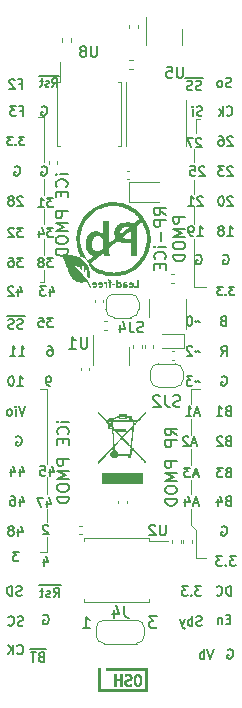
<source format=gbr>
G04 #@! TF.GenerationSoftware,KiCad,Pcbnew,(6.0.5)*
G04 #@! TF.CreationDate,2022-12-13T18:03:46-08:00*
G04 #@! TF.ProjectId,pico-ice,7069636f-2d69-4636-952e-6b696361645f,REV1*
G04 #@! TF.SameCoordinates,Original*
G04 #@! TF.FileFunction,Legend,Bot*
G04 #@! TF.FilePolarity,Positive*
%FSLAX46Y46*%
G04 Gerber Fmt 4.6, Leading zero omitted, Abs format (unit mm)*
G04 Created by KiCad (PCBNEW (6.0.5)) date 2022-12-13 18:03:46*
%MOMM*%
%LPD*%
G01*
G04 APERTURE LIST*
%ADD10C,0.120000*%
%ADD11C,0.150000*%
%ADD12C,0.127000*%
%ADD13C,0.002540*%
G04 APERTURE END LIST*
D10*
X66202718Y-114816071D02*
X66202718Y-116213071D01*
X66202718Y-119896071D02*
X66202718Y-121166071D01*
X78648718Y-98433071D02*
X78648718Y-98687071D01*
X78394718Y-115070071D02*
X78394718Y-116213071D01*
X70535800Y-94107000D02*
X70535800Y-94183200D01*
X78394718Y-107323071D02*
X78394718Y-108593071D01*
X65948718Y-98306071D02*
X65567718Y-98306071D01*
X78394718Y-117483071D02*
X78394718Y-118880071D01*
X78648718Y-91956071D02*
X78648718Y-93353071D01*
X65440718Y-84336071D02*
X65948718Y-84336071D01*
X65948718Y-89543071D02*
X65948718Y-90940071D01*
X78648718Y-89670071D02*
X78648718Y-90813071D01*
X78648718Y-94623071D02*
X78648718Y-98433071D01*
X78394718Y-109863071D02*
X78394718Y-111260071D01*
X66202718Y-121166071D02*
X65567718Y-121166071D01*
X79156718Y-107323071D02*
X78394718Y-107323071D01*
X78648718Y-98687071D02*
X79664718Y-98687071D01*
X65948718Y-97290071D02*
X65948718Y-98306071D01*
X78394718Y-118880071D02*
X78775718Y-119261071D01*
X65567718Y-107323071D02*
X66202718Y-107323071D01*
X78775718Y-84526571D02*
X78775718Y-85669571D01*
X78648718Y-87003071D02*
X78648718Y-88146071D01*
X79156718Y-84463071D02*
X78775718Y-84463071D01*
X65948718Y-92083071D02*
X65948718Y-93353071D01*
X78394718Y-112403071D02*
X78394718Y-113800071D01*
X65948718Y-84336071D02*
X65948718Y-88146071D01*
X66202718Y-117483071D02*
X66202718Y-118626071D01*
X78775718Y-119261071D02*
X78775718Y-121674071D01*
X66202718Y-107323071D02*
X66202718Y-113673071D01*
X78775718Y-121674071D02*
X79664718Y-121674071D01*
X65948718Y-94623071D02*
X65948718Y-96020071D01*
D11*
X63815098Y-104509975D02*
X64272241Y-104509975D01*
X64043670Y-104509975D02*
X64043670Y-103709975D01*
X64119860Y-103824261D01*
X64196051Y-103900451D01*
X64272241Y-103938547D01*
X63053194Y-104509975D02*
X63510337Y-104509975D01*
X63281765Y-104509975D02*
X63281765Y-103709975D01*
X63357956Y-103824261D01*
X63434146Y-103900451D01*
X63510337Y-103938547D01*
X79410622Y-81005071D02*
X78648718Y-81005071D01*
X79258241Y-81992880D02*
X79143956Y-82030975D01*
X78953479Y-82030975D01*
X78877289Y-81992880D01*
X78839194Y-81954785D01*
X78801098Y-81878594D01*
X78801098Y-81802404D01*
X78839194Y-81726213D01*
X78877289Y-81688118D01*
X78953479Y-81650023D01*
X79105860Y-81611928D01*
X79182051Y-81573832D01*
X79220146Y-81535737D01*
X79258241Y-81459547D01*
X79258241Y-81383356D01*
X79220146Y-81307166D01*
X79182051Y-81269071D01*
X79105860Y-81230975D01*
X78915384Y-81230975D01*
X78801098Y-81269071D01*
X78648718Y-81005071D02*
X77886813Y-81005071D01*
X78496337Y-81992880D02*
X78382051Y-82030975D01*
X78191575Y-82030975D01*
X78115384Y-81992880D01*
X78077289Y-81954785D01*
X78039194Y-81878594D01*
X78039194Y-81802404D01*
X78077289Y-81726213D01*
X78115384Y-81688118D01*
X78191575Y-81650023D01*
X78343956Y-81611928D01*
X78420146Y-81573832D01*
X78458241Y-81535737D01*
X78496337Y-81459547D01*
X78496337Y-81383356D01*
X78458241Y-81307166D01*
X78420146Y-81269071D01*
X78343956Y-81230975D01*
X78153479Y-81230975D01*
X78039194Y-81269071D01*
X66177289Y-116803642D02*
X66177289Y-117336975D01*
X66367765Y-116498880D02*
X66558241Y-117070309D01*
X66063003Y-117070309D01*
X65834432Y-116536975D02*
X65301098Y-116536975D01*
X65643956Y-117336975D01*
X66304289Y-118899166D02*
X66266194Y-118861071D01*
X66190003Y-118822975D01*
X65999527Y-118822975D01*
X65923337Y-118861071D01*
X65885241Y-118899166D01*
X65847146Y-118975356D01*
X65847146Y-119051547D01*
X65885241Y-119165832D01*
X66342384Y-119622975D01*
X65847146Y-119622975D01*
X82153813Y-121489975D02*
X81658575Y-121489975D01*
X81925241Y-121794737D01*
X81810956Y-121794737D01*
X81734765Y-121832832D01*
X81696670Y-121870928D01*
X81658575Y-121947118D01*
X81658575Y-122137594D01*
X81696670Y-122213785D01*
X81734765Y-122251880D01*
X81810956Y-122289975D01*
X82039527Y-122289975D01*
X82115718Y-122251880D01*
X82153813Y-122213785D01*
X81315718Y-122213785D02*
X81277622Y-122251880D01*
X81315718Y-122289975D01*
X81353813Y-122251880D01*
X81315718Y-122213785D01*
X81315718Y-122289975D01*
X81010956Y-121489975D02*
X80515718Y-121489975D01*
X80782384Y-121794737D01*
X80668098Y-121794737D01*
X80591908Y-121832832D01*
X80553813Y-121870928D01*
X80515718Y-121947118D01*
X80515718Y-122137594D01*
X80553813Y-122213785D01*
X80591908Y-122251880D01*
X80668098Y-122289975D01*
X80896670Y-122289975D01*
X80972860Y-122251880D01*
X81010956Y-122213785D01*
X66723337Y-91136975D02*
X66228098Y-91136975D01*
X66494765Y-91441737D01*
X66380479Y-91441737D01*
X66304289Y-91479832D01*
X66266194Y-91517928D01*
X66228098Y-91594118D01*
X66228098Y-91784594D01*
X66266194Y-91860785D01*
X66304289Y-91898880D01*
X66380479Y-91936975D01*
X66609051Y-91936975D01*
X66685241Y-91898880D01*
X66723337Y-91860785D01*
X65466194Y-91936975D02*
X65923337Y-91936975D01*
X65694765Y-91936975D02*
X65694765Y-91136975D01*
X65770956Y-91251261D01*
X65847146Y-91327451D01*
X65923337Y-91365547D01*
X68052098Y-110117499D02*
X67385432Y-110117499D01*
X67052098Y-110117499D02*
X67099718Y-110069880D01*
X67147337Y-110117499D01*
X67099718Y-110165118D01*
X67052098Y-110117499D01*
X67147337Y-110117499D01*
X67956860Y-111165118D02*
X68004479Y-111117499D01*
X68052098Y-110974642D01*
X68052098Y-110879404D01*
X68004479Y-110736547D01*
X67909241Y-110641309D01*
X67814003Y-110593690D01*
X67623527Y-110546071D01*
X67480670Y-110546071D01*
X67290194Y-110593690D01*
X67194956Y-110641309D01*
X67099718Y-110736547D01*
X67052098Y-110879404D01*
X67052098Y-110974642D01*
X67099718Y-111117499D01*
X67147337Y-111165118D01*
X67528289Y-111593690D02*
X67528289Y-111927023D01*
X68052098Y-112069880D02*
X68052098Y-111593690D01*
X67052098Y-111593690D01*
X67052098Y-112069880D01*
X68052098Y-113260356D02*
X67052098Y-113260356D01*
X67052098Y-113641309D01*
X67099718Y-113736547D01*
X67147337Y-113784166D01*
X67242575Y-113831785D01*
X67385432Y-113831785D01*
X67480670Y-113784166D01*
X67528289Y-113736547D01*
X67575908Y-113641309D01*
X67575908Y-113260356D01*
X68052098Y-114260356D02*
X67052098Y-114260356D01*
X67766384Y-114593690D01*
X67052098Y-114927023D01*
X68052098Y-114927023D01*
X67052098Y-115593690D02*
X67052098Y-115784166D01*
X67099718Y-115879404D01*
X67194956Y-115974642D01*
X67385432Y-116022261D01*
X67718765Y-116022261D01*
X67909241Y-115974642D01*
X68004479Y-115879404D01*
X68052098Y-115784166D01*
X68052098Y-115593690D01*
X68004479Y-115498451D01*
X67909241Y-115403213D01*
X67718765Y-115355594D01*
X67385432Y-115355594D01*
X67194956Y-115403213D01*
X67099718Y-115498451D01*
X67052098Y-115593690D01*
X68052098Y-116450832D02*
X67052098Y-116450832D01*
X67052098Y-116688928D01*
X67099718Y-116831785D01*
X67194956Y-116927023D01*
X67290194Y-116974642D01*
X67480670Y-117022261D01*
X67623527Y-117022261D01*
X67814003Y-116974642D01*
X67909241Y-116927023D01*
X68004479Y-116831785D01*
X68052098Y-116688928D01*
X68052098Y-116450832D01*
X78928098Y-94349975D02*
X79385241Y-94349975D01*
X79156670Y-94349975D02*
X79156670Y-93549975D01*
X79232860Y-93664261D01*
X79309051Y-93740451D01*
X79385241Y-93778547D01*
X78547146Y-94349975D02*
X78394765Y-94349975D01*
X78318575Y-94311880D01*
X78280479Y-94273785D01*
X78204289Y-94159499D01*
X78166194Y-94007118D01*
X78166194Y-93702356D01*
X78204289Y-93626166D01*
X78242384Y-93588071D01*
X78318575Y-93549975D01*
X78470956Y-93549975D01*
X78547146Y-93588071D01*
X78585241Y-93626166D01*
X78623337Y-93702356D01*
X78623337Y-93892832D01*
X78585241Y-93969023D01*
X78547146Y-94007118D01*
X78470956Y-94045213D01*
X78318575Y-94045213D01*
X78242384Y-94007118D01*
X78204289Y-93969023D01*
X78166194Y-93892832D01*
X67409098Y-123931071D02*
X66609098Y-123931071D01*
X66761479Y-124956975D02*
X67028146Y-124576023D01*
X67218622Y-124956975D02*
X67218622Y-124156975D01*
X66913860Y-124156975D01*
X66837670Y-124195071D01*
X66799575Y-124233166D01*
X66761479Y-124309356D01*
X66761479Y-124423642D01*
X66799575Y-124499832D01*
X66837670Y-124537928D01*
X66913860Y-124576023D01*
X67218622Y-124576023D01*
X66609098Y-123931071D02*
X65961479Y-123931071D01*
X66456718Y-124918880D02*
X66380527Y-124956975D01*
X66228146Y-124956975D01*
X66151956Y-124918880D01*
X66113860Y-124842690D01*
X66113860Y-124804594D01*
X66151956Y-124728404D01*
X66228146Y-124690309D01*
X66342432Y-124690309D01*
X66418622Y-124652213D01*
X66456718Y-124576023D01*
X66456718Y-124537928D01*
X66418622Y-124461737D01*
X66342432Y-124423642D01*
X66228146Y-124423642D01*
X66151956Y-124461737D01*
X65961479Y-123931071D02*
X65504337Y-123931071D01*
X65885289Y-124423642D02*
X65580527Y-124423642D01*
X65771003Y-124156975D02*
X65771003Y-124842690D01*
X65732908Y-124918880D01*
X65656718Y-124956975D01*
X65580527Y-124956975D01*
X63764289Y-119216642D02*
X63764289Y-119749975D01*
X63954765Y-118911880D02*
X64145241Y-119483309D01*
X63650003Y-119483309D01*
X63230956Y-119292832D02*
X63307146Y-119254737D01*
X63345241Y-119216642D01*
X63383337Y-119140451D01*
X63383337Y-119102356D01*
X63345241Y-119026166D01*
X63307146Y-118988071D01*
X63230956Y-118949975D01*
X63078575Y-118949975D01*
X63002384Y-118988071D01*
X62964289Y-119026166D01*
X62926194Y-119102356D01*
X62926194Y-119140451D01*
X62964289Y-119216642D01*
X63002384Y-119254737D01*
X63078575Y-119292832D01*
X63230956Y-119292832D01*
X63307146Y-119330928D01*
X63345241Y-119369023D01*
X63383337Y-119445213D01*
X63383337Y-119597594D01*
X63345241Y-119673785D01*
X63307146Y-119711880D01*
X63230956Y-119749975D01*
X63078575Y-119749975D01*
X63002384Y-119711880D01*
X62964289Y-119673785D01*
X62926194Y-119597594D01*
X62926194Y-119445213D01*
X62964289Y-119369023D01*
X63002384Y-119330928D01*
X63078575Y-119292832D01*
X66723337Y-96216975D02*
X66228098Y-96216975D01*
X66494765Y-96521737D01*
X66380479Y-96521737D01*
X66304289Y-96559832D01*
X66266194Y-96597928D01*
X66228098Y-96674118D01*
X66228098Y-96864594D01*
X66266194Y-96940785D01*
X66304289Y-96978880D01*
X66380479Y-97016975D01*
X66609051Y-97016975D01*
X66685241Y-96978880D01*
X66723337Y-96940785D01*
X65770956Y-96559832D02*
X65847146Y-96521737D01*
X65885241Y-96483642D01*
X65923337Y-96407451D01*
X65923337Y-96369356D01*
X65885241Y-96293166D01*
X65847146Y-96255071D01*
X65770956Y-96216975D01*
X65618575Y-96216975D01*
X65542384Y-96255071D01*
X65504289Y-96293166D01*
X65466194Y-96369356D01*
X65466194Y-96407451D01*
X65504289Y-96483642D01*
X65542384Y-96521737D01*
X65618575Y-96559832D01*
X65770956Y-96559832D01*
X65847146Y-96597928D01*
X65885241Y-96636023D01*
X65923337Y-96712213D01*
X65923337Y-96864594D01*
X65885241Y-96940785D01*
X65847146Y-96978880D01*
X65770956Y-97016975D01*
X65618575Y-97016975D01*
X65542384Y-96978880D01*
X65504289Y-96940785D01*
X65466194Y-96864594D01*
X65466194Y-96712213D01*
X65504289Y-96636023D01*
X65542384Y-96597928D01*
X65618575Y-96559832D01*
X63453194Y-88508071D02*
X63529384Y-88469975D01*
X63643670Y-88469975D01*
X63757956Y-88508071D01*
X63834146Y-88584261D01*
X63872241Y-88660451D01*
X63910337Y-88812832D01*
X63910337Y-88927118D01*
X63872241Y-89079499D01*
X63834146Y-89155690D01*
X63757956Y-89231880D01*
X63643670Y-89269975D01*
X63567479Y-89269975D01*
X63453194Y-89231880D01*
X63415098Y-89193785D01*
X63415098Y-88927118D01*
X63567479Y-88927118D01*
X66431289Y-98896642D02*
X66431289Y-99429975D01*
X66621765Y-98591880D02*
X66812241Y-99163309D01*
X66317003Y-99163309D01*
X66088432Y-98629975D02*
X65593194Y-98629975D01*
X65859860Y-98934737D01*
X65745575Y-98934737D01*
X65669384Y-98972832D01*
X65631289Y-99010928D01*
X65593194Y-99087118D01*
X65593194Y-99277594D01*
X65631289Y-99353785D01*
X65669384Y-99391880D01*
X65745575Y-99429975D01*
X65974146Y-99429975D01*
X66050337Y-99391880D01*
X66088432Y-99353785D01*
X79289956Y-127331880D02*
X79175670Y-127369975D01*
X78985194Y-127369975D01*
X78909003Y-127331880D01*
X78870908Y-127293785D01*
X78832813Y-127217594D01*
X78832813Y-127141404D01*
X78870908Y-127065213D01*
X78909003Y-127027118D01*
X78985194Y-126989023D01*
X79137575Y-126950928D01*
X79213765Y-126912832D01*
X79251860Y-126874737D01*
X79289956Y-126798547D01*
X79289956Y-126722356D01*
X79251860Y-126646166D01*
X79213765Y-126608071D01*
X79137575Y-126569975D01*
X78947098Y-126569975D01*
X78832813Y-126608071D01*
X78489956Y-127369975D02*
X78489956Y-126569975D01*
X78489956Y-126874737D02*
X78413765Y-126836642D01*
X78261384Y-126836642D01*
X78185194Y-126874737D01*
X78147098Y-126912832D01*
X78109003Y-126989023D01*
X78109003Y-127217594D01*
X78147098Y-127293785D01*
X78185194Y-127331880D01*
X78261384Y-127369975D01*
X78413765Y-127369975D01*
X78489956Y-127331880D01*
X77842337Y-126836642D02*
X77651860Y-127369975D01*
X77461384Y-126836642D02*
X77651860Y-127369975D01*
X77728051Y-127560451D01*
X77766146Y-127598547D01*
X77842337Y-127636642D01*
X81512527Y-111710928D02*
X81398241Y-111749023D01*
X81360146Y-111787118D01*
X81322051Y-111863309D01*
X81322051Y-111977594D01*
X81360146Y-112053785D01*
X81398241Y-112091880D01*
X81474432Y-112129975D01*
X81779194Y-112129975D01*
X81779194Y-111329975D01*
X81512527Y-111329975D01*
X81436337Y-111368071D01*
X81398241Y-111406166D01*
X81360146Y-111482356D01*
X81360146Y-111558547D01*
X81398241Y-111634737D01*
X81436337Y-111672832D01*
X81512527Y-111710928D01*
X81779194Y-111710928D01*
X81017289Y-111406166D02*
X80979194Y-111368071D01*
X80903003Y-111329975D01*
X80712527Y-111329975D01*
X80636337Y-111368071D01*
X80598241Y-111406166D01*
X80560146Y-111482356D01*
X80560146Y-111558547D01*
X80598241Y-111672832D01*
X81055384Y-112129975D01*
X80560146Y-112129975D01*
X63700789Y-98896642D02*
X63700789Y-99429975D01*
X63891265Y-98591880D02*
X64081741Y-99163309D01*
X63586503Y-99163309D01*
X63319837Y-98706166D02*
X63281741Y-98668071D01*
X63205551Y-98629975D01*
X63015075Y-98629975D01*
X62938884Y-98668071D01*
X62900789Y-98706166D01*
X62862694Y-98782356D01*
X62862694Y-98858547D01*
X62900789Y-98972832D01*
X63357932Y-99429975D01*
X62862694Y-99429975D01*
X66431289Y-114136642D02*
X66431289Y-114669975D01*
X66621765Y-113831880D02*
X66812241Y-114403309D01*
X66317003Y-114403309D01*
X65631289Y-113869975D02*
X66012241Y-113869975D01*
X66050337Y-114250928D01*
X66012241Y-114212832D01*
X65936051Y-114174737D01*
X65745575Y-114174737D01*
X65669384Y-114212832D01*
X65631289Y-114250928D01*
X65593194Y-114327118D01*
X65593194Y-114517594D01*
X65631289Y-114593785D01*
X65669384Y-114631880D01*
X65745575Y-114669975D01*
X65936051Y-114669975D01*
X66012241Y-114631880D01*
X66050337Y-114593785D01*
X80979194Y-106288071D02*
X81055384Y-106249975D01*
X81169670Y-106249975D01*
X81283956Y-106288071D01*
X81360146Y-106364261D01*
X81398241Y-106440451D01*
X81436337Y-106592832D01*
X81436337Y-106707118D01*
X81398241Y-106859499D01*
X81360146Y-106935690D01*
X81283956Y-107011880D01*
X81169670Y-107049975D01*
X81093479Y-107049975D01*
X80979194Y-107011880D01*
X80941098Y-106973785D01*
X80941098Y-106707118D01*
X81093479Y-106707118D01*
X64297622Y-101198071D02*
X63535718Y-101198071D01*
X64145241Y-102185880D02*
X64030956Y-102223975D01*
X63840479Y-102223975D01*
X63764289Y-102185880D01*
X63726194Y-102147785D01*
X63688098Y-102071594D01*
X63688098Y-101995404D01*
X63726194Y-101919213D01*
X63764289Y-101881118D01*
X63840479Y-101843023D01*
X63992860Y-101804928D01*
X64069051Y-101766832D01*
X64107146Y-101728737D01*
X64145241Y-101652547D01*
X64145241Y-101576356D01*
X64107146Y-101500166D01*
X64069051Y-101462071D01*
X63992860Y-101423975D01*
X63802384Y-101423975D01*
X63688098Y-101462071D01*
X63535718Y-101198071D02*
X62773813Y-101198071D01*
X63383337Y-102185880D02*
X63269051Y-102223975D01*
X63078575Y-102223975D01*
X63002384Y-102185880D01*
X62964289Y-102147785D01*
X62926194Y-102071594D01*
X62926194Y-101995404D01*
X62964289Y-101919213D01*
X63002384Y-101881118D01*
X63078575Y-101843023D01*
X63230956Y-101804928D01*
X63307146Y-101766832D01*
X63345241Y-101728737D01*
X63383337Y-101652547D01*
X63383337Y-101576356D01*
X63345241Y-101500166D01*
X63307146Y-101462071D01*
X63230956Y-101423975D01*
X63040479Y-101423975D01*
X62926194Y-101462071D01*
X64269051Y-85984737D02*
X63835718Y-85984737D01*
X64069051Y-86251404D01*
X63969051Y-86251404D01*
X63902384Y-86284737D01*
X63869051Y-86318071D01*
X63835718Y-86384737D01*
X63835718Y-86551404D01*
X63869051Y-86618071D01*
X63902384Y-86651404D01*
X63969051Y-86684737D01*
X64169051Y-86684737D01*
X64235718Y-86651404D01*
X64269051Y-86618071D01*
X63535718Y-86618071D02*
X63502384Y-86651404D01*
X63535718Y-86684737D01*
X63569051Y-86651404D01*
X63535718Y-86618071D01*
X63535718Y-86684737D01*
X63269051Y-85984737D02*
X62835718Y-85984737D01*
X63069051Y-86251404D01*
X62969051Y-86251404D01*
X62902384Y-86284737D01*
X62869051Y-86318071D01*
X62835718Y-86384737D01*
X62835718Y-86551404D01*
X62869051Y-86618071D01*
X62902384Y-86651404D01*
X62969051Y-86684737D01*
X63169051Y-86684737D01*
X63235718Y-86651404D01*
X63269051Y-86618071D01*
X80941098Y-104509975D02*
X81207765Y-104129023D01*
X81398241Y-104509975D02*
X81398241Y-103709975D01*
X81093479Y-103709975D01*
X81017289Y-103748071D01*
X80979194Y-103786166D01*
X80941098Y-103862356D01*
X80941098Y-103976642D01*
X80979194Y-104052832D01*
X81017289Y-104090928D01*
X81093479Y-104129023D01*
X81398241Y-104129023D01*
X77196098Y-111260404D02*
X76719908Y-110927071D01*
X77196098Y-110688975D02*
X76196098Y-110688975D01*
X76196098Y-111069928D01*
X76243718Y-111165166D01*
X76291337Y-111212785D01*
X76386575Y-111260404D01*
X76529432Y-111260404D01*
X76624670Y-111212785D01*
X76672289Y-111165166D01*
X76719908Y-111069928D01*
X76719908Y-110688975D01*
X77196098Y-111688975D02*
X76196098Y-111688975D01*
X76196098Y-112069928D01*
X76243718Y-112165166D01*
X76291337Y-112212785D01*
X76386575Y-112260404D01*
X76529432Y-112260404D01*
X76624670Y-112212785D01*
X76672289Y-112165166D01*
X76719908Y-112069928D01*
X76719908Y-111688975D01*
X77196098Y-113450880D02*
X76196098Y-113450880D01*
X76196098Y-113831832D01*
X76243718Y-113927071D01*
X76291337Y-113974690D01*
X76386575Y-114022309D01*
X76529432Y-114022309D01*
X76624670Y-113974690D01*
X76672289Y-113927071D01*
X76719908Y-113831832D01*
X76719908Y-113450880D01*
X77196098Y-114450880D02*
X76196098Y-114450880D01*
X76910384Y-114784213D01*
X76196098Y-115117547D01*
X77196098Y-115117547D01*
X76196098Y-115784213D02*
X76196098Y-115974690D01*
X76243718Y-116069928D01*
X76338956Y-116165166D01*
X76529432Y-116212785D01*
X76862765Y-116212785D01*
X77053241Y-116165166D01*
X77148479Y-116069928D01*
X77196098Y-115974690D01*
X77196098Y-115784213D01*
X77148479Y-115688975D01*
X77053241Y-115593737D01*
X76862765Y-115546118D01*
X76529432Y-115546118D01*
X76338956Y-115593737D01*
X76243718Y-115688975D01*
X76196098Y-115784213D01*
X77196098Y-116641356D02*
X76196098Y-116641356D01*
X76196098Y-116879451D01*
X76243718Y-117022309D01*
X76338956Y-117117547D01*
X76434194Y-117165166D01*
X76624670Y-117212785D01*
X76767527Y-117212785D01*
X76958003Y-117165166D01*
X77053241Y-117117547D01*
X77148479Y-117022309D01*
X77196098Y-116879451D01*
X77196098Y-116641356D01*
X64145241Y-91086166D02*
X64107146Y-91048071D01*
X64030956Y-91009975D01*
X63840479Y-91009975D01*
X63764289Y-91048071D01*
X63726194Y-91086166D01*
X63688098Y-91162356D01*
X63688098Y-91238547D01*
X63726194Y-91352832D01*
X64183337Y-91809975D01*
X63688098Y-91809975D01*
X63230956Y-91352832D02*
X63307146Y-91314737D01*
X63345241Y-91276642D01*
X63383337Y-91200451D01*
X63383337Y-91162356D01*
X63345241Y-91086166D01*
X63307146Y-91048071D01*
X63230956Y-91009975D01*
X63078575Y-91009975D01*
X63002384Y-91048071D01*
X62964289Y-91086166D01*
X62926194Y-91162356D01*
X62926194Y-91200451D01*
X62964289Y-91276642D01*
X63002384Y-91314737D01*
X63078575Y-91352832D01*
X63230956Y-91352832D01*
X63307146Y-91390928D01*
X63345241Y-91429023D01*
X63383337Y-91505213D01*
X63383337Y-91657594D01*
X63345241Y-91733785D01*
X63307146Y-91771880D01*
X63230956Y-91809975D01*
X63078575Y-91809975D01*
X63002384Y-91771880D01*
X62964289Y-91733785D01*
X62926194Y-91657594D01*
X62926194Y-91505213D01*
X62964289Y-91429023D01*
X63002384Y-91390928D01*
X63078575Y-91352832D01*
X79512241Y-88546166D02*
X79474146Y-88508071D01*
X79397956Y-88469975D01*
X79207479Y-88469975D01*
X79131289Y-88508071D01*
X79093194Y-88546166D01*
X79055098Y-88622356D01*
X79055098Y-88698547D01*
X79093194Y-88812832D01*
X79550337Y-89269975D01*
X79055098Y-89269975D01*
X78331289Y-88469975D02*
X78712241Y-88469975D01*
X78750337Y-88850928D01*
X78712241Y-88812832D01*
X78636051Y-88774737D01*
X78445575Y-88774737D01*
X78369384Y-88812832D01*
X78331289Y-88850928D01*
X78293194Y-88927118D01*
X78293194Y-89117594D01*
X78331289Y-89193785D01*
X78369384Y-89231880D01*
X78445575Y-89269975D01*
X78636051Y-89269975D01*
X78712241Y-89231880D01*
X78750337Y-89193785D01*
X79385241Y-91086166D02*
X79347146Y-91048071D01*
X79270956Y-91009975D01*
X79080479Y-91009975D01*
X79004289Y-91048071D01*
X78966194Y-91086166D01*
X78928098Y-91162356D01*
X78928098Y-91238547D01*
X78966194Y-91352832D01*
X79423337Y-91809975D01*
X78928098Y-91809975D01*
X78166194Y-91809975D02*
X78623337Y-91809975D01*
X78394765Y-91809975D02*
X78394765Y-91009975D01*
X78470956Y-91124261D01*
X78547146Y-91200451D01*
X78623337Y-91238547D01*
X81925241Y-91086166D02*
X81887146Y-91048071D01*
X81810956Y-91009975D01*
X81620479Y-91009975D01*
X81544289Y-91048071D01*
X81506194Y-91086166D01*
X81468098Y-91162356D01*
X81468098Y-91238547D01*
X81506194Y-91352832D01*
X81963337Y-91809975D01*
X81468098Y-91809975D01*
X80972860Y-91009975D02*
X80896670Y-91009975D01*
X80820479Y-91048071D01*
X80782384Y-91086166D01*
X80744289Y-91162356D01*
X80706194Y-91314737D01*
X80706194Y-91505213D01*
X80744289Y-91657594D01*
X80782384Y-91733785D01*
X80820479Y-91771880D01*
X80896670Y-91809975D01*
X80972860Y-91809975D01*
X81049051Y-91771880D01*
X81087146Y-91733785D01*
X81125241Y-91657594D01*
X81163337Y-91505213D01*
X81163337Y-91314737D01*
X81125241Y-91162356D01*
X81087146Y-91086166D01*
X81049051Y-91048071D01*
X80972860Y-91009975D01*
X64164289Y-127331880D02*
X64050003Y-127369975D01*
X63859527Y-127369975D01*
X63783337Y-127331880D01*
X63745241Y-127293785D01*
X63707146Y-127217594D01*
X63707146Y-127141404D01*
X63745241Y-127065213D01*
X63783337Y-127027118D01*
X63859527Y-126989023D01*
X64011908Y-126950928D01*
X64088098Y-126912832D01*
X64126194Y-126874737D01*
X64164289Y-126798547D01*
X64164289Y-126722356D01*
X64126194Y-126646166D01*
X64088098Y-126608071D01*
X64011908Y-126569975D01*
X63821432Y-126569975D01*
X63707146Y-126608071D01*
X62907146Y-127293785D02*
X62945241Y-127331880D01*
X63059527Y-127369975D01*
X63135718Y-127369975D01*
X63250003Y-127331880D01*
X63326194Y-127255690D01*
X63364289Y-127179499D01*
X63402384Y-127027118D01*
X63402384Y-126912832D01*
X63364289Y-126760451D01*
X63326194Y-126684261D01*
X63250003Y-126608071D01*
X63135718Y-126569975D01*
X63059527Y-126569975D01*
X62945241Y-126608071D01*
X62907146Y-126646166D01*
X63688098Y-107049975D02*
X64145241Y-107049975D01*
X63916670Y-107049975D02*
X63916670Y-106249975D01*
X63992860Y-106364261D01*
X64069051Y-106440451D01*
X64145241Y-106478547D01*
X63192860Y-106249975D02*
X63116670Y-106249975D01*
X63040479Y-106288071D01*
X63002384Y-106326166D01*
X62964289Y-106402356D01*
X62926194Y-106554737D01*
X62926194Y-106745213D01*
X62964289Y-106897594D01*
X63002384Y-106973785D01*
X63040479Y-107011880D01*
X63116670Y-107049975D01*
X63192860Y-107049975D01*
X63269051Y-107011880D01*
X63307146Y-106973785D01*
X63345241Y-106897594D01*
X63383337Y-106745213D01*
X63383337Y-106554737D01*
X63345241Y-106402356D01*
X63307146Y-106326166D01*
X63269051Y-106288071D01*
X63192860Y-106249975D01*
X66482098Y-107049975D02*
X66329718Y-107049975D01*
X66253527Y-107011880D01*
X66215432Y-106973785D01*
X66139241Y-106859499D01*
X66101146Y-106707118D01*
X66101146Y-106402356D01*
X66139241Y-106326166D01*
X66177337Y-106288071D01*
X66253527Y-106249975D01*
X66405908Y-106249975D01*
X66482098Y-106288071D01*
X66520194Y-106326166D01*
X66558289Y-106402356D01*
X66558289Y-106592832D01*
X66520194Y-106669023D01*
X66482098Y-106707118D01*
X66405908Y-106745213D01*
X66253527Y-106745213D01*
X66177337Y-106707118D01*
X66139241Y-106669023D01*
X66101146Y-106592832D01*
X63580194Y-111368071D02*
X63656384Y-111329975D01*
X63770670Y-111329975D01*
X63884956Y-111368071D01*
X63961146Y-111444261D01*
X63999241Y-111520451D01*
X64037337Y-111672832D01*
X64037337Y-111787118D01*
X63999241Y-111939499D01*
X63961146Y-112015690D01*
X63884956Y-112091880D01*
X63770670Y-112129975D01*
X63694479Y-112129975D01*
X63580194Y-112091880D01*
X63542098Y-112053785D01*
X63542098Y-111787118D01*
X63694479Y-111787118D01*
X80293289Y-129363975D02*
X80026622Y-130163975D01*
X79759956Y-129363975D01*
X79493289Y-130163975D02*
X79493289Y-129363975D01*
X79493289Y-129668737D02*
X79417098Y-129630642D01*
X79264718Y-129630642D01*
X79188527Y-129668737D01*
X79150432Y-129706832D01*
X79112337Y-129783023D01*
X79112337Y-130011594D01*
X79150432Y-130087785D01*
X79188527Y-130125880D01*
X79264718Y-130163975D01*
X79417098Y-130163975D01*
X79493289Y-130125880D01*
X65923337Y-121756642D02*
X65923337Y-122289975D01*
X66113813Y-121451880D02*
X66304289Y-122023309D01*
X65809051Y-122023309D01*
X79112194Y-104205213D02*
X79074098Y-104167118D01*
X78997908Y-104129023D01*
X78845527Y-104205213D01*
X78769337Y-104167118D01*
X78731241Y-104129023D01*
X78464575Y-103786166D02*
X78426479Y-103748071D01*
X78350289Y-103709975D01*
X78159813Y-103709975D01*
X78083622Y-103748071D01*
X78045527Y-103786166D01*
X78007432Y-103862356D01*
X78007432Y-103938547D01*
X78045527Y-104052832D01*
X78502670Y-104509975D01*
X78007432Y-104509975D01*
X81512527Y-109170928D02*
X81398241Y-109209023D01*
X81360146Y-109247118D01*
X81322051Y-109323309D01*
X81322051Y-109437594D01*
X81360146Y-109513785D01*
X81398241Y-109551880D01*
X81474432Y-109589975D01*
X81779194Y-109589975D01*
X81779194Y-108789975D01*
X81512527Y-108789975D01*
X81436337Y-108828071D01*
X81398241Y-108866166D01*
X81360146Y-108942356D01*
X81360146Y-109018547D01*
X81398241Y-109094737D01*
X81436337Y-109132832D01*
X81512527Y-109170928D01*
X81779194Y-109170928D01*
X80560146Y-109589975D02*
X81017289Y-109589975D01*
X80788718Y-109589975D02*
X80788718Y-108789975D01*
X80864908Y-108904261D01*
X80941098Y-108980451D01*
X81017289Y-109018547D01*
X65866194Y-126481071D02*
X65942384Y-126442975D01*
X66056670Y-126442975D01*
X66170956Y-126481071D01*
X66247146Y-126557261D01*
X66285241Y-126633451D01*
X66323337Y-126785832D01*
X66323337Y-126900118D01*
X66285241Y-127052499D01*
X66247146Y-127128690D01*
X66170956Y-127204880D01*
X66056670Y-127242975D01*
X65980479Y-127242975D01*
X65866194Y-127204880D01*
X65828098Y-127166785D01*
X65828098Y-126900118D01*
X65980479Y-126900118D01*
X78966146Y-116981404D02*
X78585194Y-116981404D01*
X79042337Y-117209975D02*
X78775670Y-116409975D01*
X78509003Y-117209975D01*
X77899479Y-116676642D02*
X77899479Y-117209975D01*
X78089956Y-116371880D02*
X78280432Y-116943309D01*
X77785194Y-116943309D01*
X79112194Y-106745213D02*
X79074098Y-106707118D01*
X78997908Y-106669023D01*
X78845527Y-106745213D01*
X78769337Y-106707118D01*
X78731241Y-106669023D01*
X78502670Y-106249975D02*
X78007432Y-106249975D01*
X78274098Y-106554737D01*
X78159813Y-106554737D01*
X78083622Y-106592832D01*
X78045527Y-106630928D01*
X78007432Y-106707118D01*
X78007432Y-106897594D01*
X78045527Y-106973785D01*
X78083622Y-107011880D01*
X78159813Y-107049975D01*
X78388384Y-107049975D01*
X78464575Y-107011880D01*
X78502670Y-106973785D01*
X82049051Y-98684737D02*
X81615718Y-98684737D01*
X81849051Y-98951404D01*
X81749051Y-98951404D01*
X81682384Y-98984737D01*
X81649051Y-99018071D01*
X81615718Y-99084737D01*
X81615718Y-99251404D01*
X81649051Y-99318071D01*
X81682384Y-99351404D01*
X81749051Y-99384737D01*
X81949051Y-99384737D01*
X82015718Y-99351404D01*
X82049051Y-99318071D01*
X81315718Y-99318071D02*
X81282384Y-99351404D01*
X81315718Y-99384737D01*
X81349051Y-99351404D01*
X81315718Y-99318071D01*
X81315718Y-99384737D01*
X81049051Y-98684737D02*
X80615718Y-98684737D01*
X80849051Y-98951404D01*
X80749051Y-98951404D01*
X80682384Y-98984737D01*
X80649051Y-99018071D01*
X80615718Y-99084737D01*
X80615718Y-99251404D01*
X80649051Y-99318071D01*
X80682384Y-99351404D01*
X80749051Y-99384737D01*
X80949051Y-99384737D01*
X81015718Y-99351404D01*
X81049051Y-99318071D01*
X67163051Y-80834071D02*
X66463051Y-80834071D01*
X66596384Y-81731737D02*
X66829718Y-81398404D01*
X66996384Y-81731737D02*
X66996384Y-81031737D01*
X66729718Y-81031737D01*
X66663051Y-81065071D01*
X66629718Y-81098404D01*
X66596384Y-81165071D01*
X66596384Y-81265071D01*
X66629718Y-81331737D01*
X66663051Y-81365071D01*
X66729718Y-81398404D01*
X66996384Y-81398404D01*
X66463051Y-80834071D02*
X65896384Y-80834071D01*
X66329718Y-81698404D02*
X66263051Y-81731737D01*
X66129718Y-81731737D01*
X66063051Y-81698404D01*
X66029718Y-81631737D01*
X66029718Y-81598404D01*
X66063051Y-81531737D01*
X66129718Y-81498404D01*
X66229718Y-81498404D01*
X66296384Y-81465071D01*
X66329718Y-81398404D01*
X66329718Y-81365071D01*
X66296384Y-81298404D01*
X66229718Y-81265071D01*
X66129718Y-81265071D01*
X66063051Y-81298404D01*
X65896384Y-80834071D02*
X65496384Y-80834071D01*
X65829718Y-81265071D02*
X65563051Y-81265071D01*
X65729718Y-81031737D02*
X65729718Y-81631737D01*
X65696384Y-81698404D01*
X65629718Y-81731737D01*
X65563051Y-81731737D01*
X63891289Y-116676642D02*
X63891289Y-117209975D01*
X64081765Y-116371880D02*
X64272241Y-116943309D01*
X63777003Y-116943309D01*
X63129384Y-116409975D02*
X63281765Y-116409975D01*
X63357956Y-116448071D01*
X63396051Y-116486166D01*
X63472241Y-116600451D01*
X63510337Y-116752832D01*
X63510337Y-117057594D01*
X63472241Y-117133785D01*
X63434146Y-117171880D01*
X63357956Y-117209975D01*
X63205575Y-117209975D01*
X63129384Y-117171880D01*
X63091289Y-117133785D01*
X63053194Y-117057594D01*
X63053194Y-116867118D01*
X63091289Y-116790928D01*
X63129384Y-116752832D01*
X63205575Y-116714737D01*
X63357956Y-116714737D01*
X63434146Y-116752832D01*
X63472241Y-116790928D01*
X63510337Y-116867118D01*
X79258241Y-86133166D02*
X79220146Y-86095071D01*
X79143956Y-86056975D01*
X78953479Y-86056975D01*
X78877289Y-86095071D01*
X78839194Y-86133166D01*
X78801098Y-86209356D01*
X78801098Y-86285547D01*
X78839194Y-86399832D01*
X79296337Y-86856975D01*
X78801098Y-86856975D01*
X78534432Y-86056975D02*
X78001098Y-86056975D01*
X78343956Y-86856975D01*
X66723337Y-93676975D02*
X66228098Y-93676975D01*
X66494765Y-93981737D01*
X66380479Y-93981737D01*
X66304289Y-94019832D01*
X66266194Y-94057928D01*
X66228098Y-94134118D01*
X66228098Y-94324594D01*
X66266194Y-94400785D01*
X66304289Y-94438880D01*
X66380479Y-94476975D01*
X66609051Y-94476975D01*
X66685241Y-94438880D01*
X66723337Y-94400785D01*
X65542384Y-93943642D02*
X65542384Y-94476975D01*
X65732860Y-93638880D02*
X65923337Y-94210309D01*
X65428098Y-94210309D01*
X66145479Y-129392071D02*
X65345479Y-129392071D01*
X65688337Y-129998928D02*
X65574051Y-130037023D01*
X65535956Y-130075118D01*
X65497860Y-130151309D01*
X65497860Y-130265594D01*
X65535956Y-130341785D01*
X65574051Y-130379880D01*
X65650241Y-130417975D01*
X65955003Y-130417975D01*
X65955003Y-129617975D01*
X65688337Y-129617975D01*
X65612146Y-129656071D01*
X65574051Y-129694166D01*
X65535956Y-129770356D01*
X65535956Y-129846547D01*
X65574051Y-129922737D01*
X65612146Y-129960832D01*
X65688337Y-129998928D01*
X65955003Y-129998928D01*
X65345479Y-129392071D02*
X64735956Y-129392071D01*
X65269289Y-129617975D02*
X64812146Y-129617975D01*
X65040718Y-130417975D02*
X65040718Y-129617975D01*
X66723337Y-101296975D02*
X66228098Y-101296975D01*
X66494765Y-101601737D01*
X66380479Y-101601737D01*
X66304289Y-101639832D01*
X66266194Y-101677928D01*
X66228098Y-101754118D01*
X66228098Y-101944594D01*
X66266194Y-102020785D01*
X66304289Y-102058880D01*
X66380479Y-102096975D01*
X66609051Y-102096975D01*
X66685241Y-102058880D01*
X66723337Y-102020785D01*
X65504289Y-101296975D02*
X65885241Y-101296975D01*
X65923337Y-101677928D01*
X65885241Y-101639832D01*
X65809051Y-101601737D01*
X65618575Y-101601737D01*
X65542384Y-101639832D01*
X65504289Y-101677928D01*
X65466194Y-101754118D01*
X65466194Y-101944594D01*
X65504289Y-102020785D01*
X65542384Y-102058880D01*
X65618575Y-102096975D01*
X65809051Y-102096975D01*
X65885241Y-102058880D01*
X65923337Y-102020785D01*
X64354765Y-108789975D02*
X64088098Y-109589975D01*
X63821432Y-108789975D01*
X63554765Y-109589975D02*
X63554765Y-109056642D01*
X63554765Y-108789975D02*
X63592860Y-108828071D01*
X63554765Y-108866166D01*
X63516670Y-108828071D01*
X63554765Y-108789975D01*
X63554765Y-108866166D01*
X63059527Y-109589975D02*
X63135718Y-109551880D01*
X63173813Y-109513785D01*
X63211908Y-109437594D01*
X63211908Y-109209023D01*
X63173813Y-109132832D01*
X63135718Y-109094737D01*
X63059527Y-109056642D01*
X62945241Y-109056642D01*
X62869051Y-109094737D01*
X62830956Y-109132832D01*
X62792860Y-109209023D01*
X62792860Y-109437594D01*
X62830956Y-109513785D01*
X62869051Y-109551880D01*
X62945241Y-109589975D01*
X63059527Y-109589975D01*
X63838102Y-81484928D02*
X64104769Y-81484928D01*
X64104769Y-81903975D02*
X64104769Y-81103975D01*
X63723816Y-81103975D01*
X63457150Y-81180166D02*
X63419055Y-81142071D01*
X63342864Y-81103975D01*
X63152388Y-81103975D01*
X63076197Y-81142071D01*
X63038102Y-81180166D01*
X63000007Y-81256356D01*
X63000007Y-81332547D01*
X63038102Y-81446832D01*
X63495245Y-81903975D01*
X63000007Y-81903975D01*
X66304337Y-103709975D02*
X66456718Y-103709975D01*
X66532908Y-103748071D01*
X66571003Y-103786166D01*
X66647194Y-103900451D01*
X66685289Y-104052832D01*
X66685289Y-104357594D01*
X66647194Y-104433785D01*
X66609098Y-104471880D01*
X66532908Y-104509975D01*
X66380527Y-104509975D01*
X66304337Y-104471880D01*
X66266241Y-104433785D01*
X66228146Y-104357594D01*
X66228146Y-104167118D01*
X66266241Y-104090928D01*
X66304337Y-104052832D01*
X66380527Y-104014737D01*
X66532908Y-104014737D01*
X66609098Y-104052832D01*
X66647194Y-104090928D01*
X66685289Y-104167118D01*
X65739194Y-88508071D02*
X65815384Y-88469975D01*
X65929670Y-88469975D01*
X66043956Y-88508071D01*
X66120146Y-88584261D01*
X66158241Y-88660451D01*
X66196337Y-88812832D01*
X66196337Y-88927118D01*
X66158241Y-89079499D01*
X66120146Y-89155690D01*
X66043956Y-89231880D01*
X65929670Y-89269975D01*
X65853479Y-89269975D01*
X65739194Y-89231880D01*
X65701098Y-89193785D01*
X65701098Y-88927118D01*
X65853479Y-88927118D01*
X81925241Y-88546166D02*
X81887146Y-88508071D01*
X81810956Y-88469975D01*
X81620479Y-88469975D01*
X81544289Y-88508071D01*
X81506194Y-88546166D01*
X81468098Y-88622356D01*
X81468098Y-88698547D01*
X81506194Y-88812832D01*
X81963337Y-89269975D01*
X81468098Y-89269975D01*
X81201432Y-88469975D02*
X80706194Y-88469975D01*
X80972860Y-88774737D01*
X80858575Y-88774737D01*
X80782384Y-88812832D01*
X80744289Y-88850928D01*
X80706194Y-88927118D01*
X80706194Y-89117594D01*
X80744289Y-89193785D01*
X80782384Y-89231880D01*
X80858575Y-89269975D01*
X81087146Y-89269975D01*
X81163337Y-89231880D01*
X81201432Y-89193785D01*
X80979194Y-118988071D02*
X81055384Y-118949975D01*
X81169670Y-118949975D01*
X81283956Y-118988071D01*
X81360146Y-119064261D01*
X81398241Y-119140451D01*
X81436337Y-119292832D01*
X81436337Y-119407118D01*
X81398241Y-119559499D01*
X81360146Y-119635690D01*
X81283956Y-119711880D01*
X81169670Y-119749975D01*
X81093479Y-119749975D01*
X80979194Y-119711880D01*
X80941098Y-119673785D01*
X80941098Y-119407118D01*
X81093479Y-119407118D01*
X79232813Y-124029975D02*
X78737575Y-124029975D01*
X79004241Y-124334737D01*
X78889956Y-124334737D01*
X78813765Y-124372832D01*
X78775670Y-124410928D01*
X78737575Y-124487118D01*
X78737575Y-124677594D01*
X78775670Y-124753785D01*
X78813765Y-124791880D01*
X78889956Y-124829975D01*
X79118527Y-124829975D01*
X79194718Y-124791880D01*
X79232813Y-124753785D01*
X78394718Y-124753785D02*
X78356622Y-124791880D01*
X78394718Y-124829975D01*
X78432813Y-124791880D01*
X78394718Y-124753785D01*
X78394718Y-124829975D01*
X78089956Y-124029975D02*
X77594718Y-124029975D01*
X77861384Y-124334737D01*
X77747098Y-124334737D01*
X77670908Y-124372832D01*
X77632813Y-124410928D01*
X77594718Y-124487118D01*
X77594718Y-124677594D01*
X77632813Y-124753785D01*
X77670908Y-124791880D01*
X77747098Y-124829975D01*
X77975670Y-124829975D01*
X78051860Y-124791880D01*
X78089956Y-124753785D01*
X63891289Y-114136642D02*
X63891289Y-114669975D01*
X64081765Y-113831880D02*
X64272241Y-114403309D01*
X63777003Y-114403309D01*
X63129384Y-114136642D02*
X63129384Y-114669975D01*
X63319860Y-113831880D02*
X63510337Y-114403309D01*
X63015098Y-114403309D01*
X81391908Y-84113785D02*
X81430003Y-84151880D01*
X81544289Y-84189975D01*
X81620479Y-84189975D01*
X81734765Y-84151880D01*
X81810956Y-84075690D01*
X81849051Y-83999499D01*
X81887146Y-83847118D01*
X81887146Y-83732832D01*
X81849051Y-83580451D01*
X81810956Y-83504261D01*
X81734765Y-83428071D01*
X81620479Y-83389975D01*
X81544289Y-83389975D01*
X81430003Y-83428071D01*
X81391908Y-83466166D01*
X81049051Y-84189975D02*
X81049051Y-83389975D01*
X80972860Y-83885213D02*
X80744289Y-84189975D01*
X80744289Y-83656642D02*
X81049051Y-83961404D01*
X79112194Y-101665213D02*
X79074098Y-101627118D01*
X78997908Y-101589023D01*
X78845527Y-101665213D01*
X78769337Y-101627118D01*
X78731241Y-101589023D01*
X78274098Y-101169975D02*
X78197908Y-101169975D01*
X78121718Y-101208071D01*
X78083622Y-101246166D01*
X78045527Y-101322356D01*
X78007432Y-101474737D01*
X78007432Y-101665213D01*
X78045527Y-101817594D01*
X78083622Y-101893785D01*
X78121718Y-101931880D01*
X78197908Y-101969975D01*
X78274098Y-101969975D01*
X78350289Y-101931880D01*
X78388384Y-101893785D01*
X78426479Y-101817594D01*
X78464575Y-101665213D01*
X78464575Y-101474737D01*
X78426479Y-101322356D01*
X78388384Y-101246166D01*
X78350289Y-101208071D01*
X78274098Y-101169975D01*
X78820194Y-96001071D02*
X78896384Y-95962975D01*
X79010670Y-95962975D01*
X79124956Y-96001071D01*
X79201146Y-96077261D01*
X79239241Y-96153451D01*
X79277337Y-96305832D01*
X79277337Y-96420118D01*
X79239241Y-96572499D01*
X79201146Y-96648690D01*
X79124956Y-96724880D01*
X79010670Y-96762975D01*
X78934479Y-96762975D01*
X78820194Y-96724880D01*
X78782098Y-96686785D01*
X78782098Y-96420118D01*
X78934479Y-96420118D01*
X63688098Y-129706785D02*
X63726194Y-129744880D01*
X63840479Y-129782975D01*
X63916670Y-129782975D01*
X64030956Y-129744880D01*
X64107146Y-129668690D01*
X64145241Y-129592499D01*
X64183337Y-129440118D01*
X64183337Y-129325832D01*
X64145241Y-129173451D01*
X64107146Y-129097261D01*
X64030956Y-129021071D01*
X63916670Y-128982975D01*
X63840479Y-128982975D01*
X63726194Y-129021071D01*
X63688098Y-129059166D01*
X63345241Y-129782975D02*
X63345241Y-128982975D01*
X62888098Y-129782975D02*
X63230956Y-129325832D01*
X62888098Y-128982975D02*
X63345241Y-129440118D01*
X67925098Y-89162499D02*
X67258432Y-89162499D01*
X66925098Y-89162499D02*
X66972718Y-89114880D01*
X67020337Y-89162499D01*
X66972718Y-89210118D01*
X66925098Y-89162499D01*
X67020337Y-89162499D01*
X67829860Y-90210118D02*
X67877479Y-90162499D01*
X67925098Y-90019642D01*
X67925098Y-89924404D01*
X67877479Y-89781547D01*
X67782241Y-89686309D01*
X67687003Y-89638690D01*
X67496527Y-89591071D01*
X67353670Y-89591071D01*
X67163194Y-89638690D01*
X67067956Y-89686309D01*
X66972718Y-89781547D01*
X66925098Y-89924404D01*
X66925098Y-90019642D01*
X66972718Y-90162499D01*
X67020337Y-90210118D01*
X67401289Y-90638690D02*
X67401289Y-90972023D01*
X67925098Y-91114880D02*
X67925098Y-90638690D01*
X66925098Y-90638690D01*
X66925098Y-91114880D01*
X67925098Y-92305356D02*
X66925098Y-92305356D01*
X66925098Y-92686309D01*
X66972718Y-92781547D01*
X67020337Y-92829166D01*
X67115575Y-92876785D01*
X67258432Y-92876785D01*
X67353670Y-92829166D01*
X67401289Y-92781547D01*
X67448908Y-92686309D01*
X67448908Y-92305356D01*
X67925098Y-93305356D02*
X66925098Y-93305356D01*
X67639384Y-93638690D01*
X66925098Y-93972023D01*
X67925098Y-93972023D01*
X66925098Y-94638690D02*
X66925098Y-94829166D01*
X66972718Y-94924404D01*
X67067956Y-95019642D01*
X67258432Y-95067261D01*
X67591765Y-95067261D01*
X67782241Y-95019642D01*
X67877479Y-94924404D01*
X67925098Y-94829166D01*
X67925098Y-94638690D01*
X67877479Y-94543451D01*
X67782241Y-94448213D01*
X67591765Y-94400594D01*
X67258432Y-94400594D01*
X67067956Y-94448213D01*
X66972718Y-94543451D01*
X66925098Y-94638690D01*
X67925098Y-95495832D02*
X66925098Y-95495832D01*
X66925098Y-95733928D01*
X66972718Y-95876785D01*
X67067956Y-95972023D01*
X67163194Y-96019642D01*
X67353670Y-96067261D01*
X67496527Y-96067261D01*
X67687003Y-96019642D01*
X67782241Y-95972023D01*
X67877479Y-95876785D01*
X67925098Y-95733928D01*
X67925098Y-95495832D01*
X81925241Y-86006166D02*
X81887146Y-85968071D01*
X81810956Y-85929975D01*
X81620479Y-85929975D01*
X81544289Y-85968071D01*
X81506194Y-86006166D01*
X81468098Y-86082356D01*
X81468098Y-86158547D01*
X81506194Y-86272832D01*
X81963337Y-86729975D01*
X81468098Y-86729975D01*
X80782384Y-85929975D02*
X80934765Y-85929975D01*
X81010956Y-85968071D01*
X81049051Y-86006166D01*
X81125241Y-86120451D01*
X81163337Y-86272832D01*
X81163337Y-86577594D01*
X81125241Y-86653785D01*
X81087146Y-86691880D01*
X81010956Y-86729975D01*
X80858575Y-86729975D01*
X80782384Y-86691880D01*
X80744289Y-86653785D01*
X80706194Y-86577594D01*
X80706194Y-86387118D01*
X80744289Y-86310928D01*
X80782384Y-86272832D01*
X80858575Y-86234737D01*
X81010956Y-86234737D01*
X81087146Y-86272832D01*
X81125241Y-86310928D01*
X81163337Y-86387118D01*
X76264098Y-92623071D02*
X75787908Y-92289737D01*
X76264098Y-92051642D02*
X75264098Y-92051642D01*
X75264098Y-92432594D01*
X75311718Y-92527832D01*
X75359337Y-92575451D01*
X75454575Y-92623071D01*
X75597432Y-92623071D01*
X75692670Y-92575451D01*
X75740289Y-92527832D01*
X75787908Y-92432594D01*
X75787908Y-92051642D01*
X76264098Y-93051642D02*
X75264098Y-93051642D01*
X75264098Y-93432594D01*
X75311718Y-93527832D01*
X75359337Y-93575451D01*
X75454575Y-93623071D01*
X75597432Y-93623071D01*
X75692670Y-93575451D01*
X75740289Y-93527832D01*
X75787908Y-93432594D01*
X75787908Y-93051642D01*
X75883146Y-94051642D02*
X75883146Y-94813547D01*
X76264098Y-95289737D02*
X75597432Y-95289737D01*
X75264098Y-95289737D02*
X75311718Y-95242118D01*
X75359337Y-95289737D01*
X75311718Y-95337356D01*
X75264098Y-95289737D01*
X75359337Y-95289737D01*
X76168860Y-96337356D02*
X76216479Y-96289737D01*
X76264098Y-96146880D01*
X76264098Y-96051642D01*
X76216479Y-95908785D01*
X76121241Y-95813547D01*
X76026003Y-95765928D01*
X75835527Y-95718309D01*
X75692670Y-95718309D01*
X75502194Y-95765928D01*
X75406956Y-95813547D01*
X75311718Y-95908785D01*
X75264098Y-96051642D01*
X75264098Y-96146880D01*
X75311718Y-96289737D01*
X75359337Y-96337356D01*
X75740289Y-96765928D02*
X75740289Y-97099261D01*
X76264098Y-97242118D02*
X76264098Y-96765928D01*
X75264098Y-96765928D01*
X75264098Y-97242118D01*
X77874098Y-92765928D02*
X76874098Y-92765928D01*
X76874098Y-93146880D01*
X76921718Y-93242118D01*
X76969337Y-93289737D01*
X77064575Y-93337356D01*
X77207432Y-93337356D01*
X77302670Y-93289737D01*
X77350289Y-93242118D01*
X77397908Y-93146880D01*
X77397908Y-92765928D01*
X77874098Y-93765928D02*
X76874098Y-93765928D01*
X77588384Y-94099261D01*
X76874098Y-94432594D01*
X77874098Y-94432594D01*
X76874098Y-95099261D02*
X76874098Y-95289737D01*
X76921718Y-95384975D01*
X77016956Y-95480213D01*
X77207432Y-95527832D01*
X77540765Y-95527832D01*
X77731241Y-95480213D01*
X77826479Y-95384975D01*
X77874098Y-95289737D01*
X77874098Y-95099261D01*
X77826479Y-95004023D01*
X77731241Y-94908785D01*
X77540765Y-94861166D01*
X77207432Y-94861166D01*
X77016956Y-94908785D01*
X76921718Y-95004023D01*
X76874098Y-95099261D01*
X77874098Y-95956404D02*
X76874098Y-95956404D01*
X76874098Y-96194499D01*
X76921718Y-96337356D01*
X77016956Y-96432594D01*
X77112194Y-96480213D01*
X77302670Y-96527832D01*
X77445527Y-96527832D01*
X77636003Y-96480213D01*
X77731241Y-96432594D01*
X77826479Y-96337356D01*
X77874098Y-96194499D01*
X77874098Y-95956404D01*
X81087099Y-101550928D02*
X80972813Y-101589023D01*
X80934718Y-101627118D01*
X80896622Y-101703309D01*
X80896622Y-101817594D01*
X80934718Y-101893785D01*
X80972813Y-101931880D01*
X81049003Y-101969975D01*
X81353765Y-101969975D01*
X81353765Y-101169975D01*
X81087099Y-101169975D01*
X81010908Y-101208071D01*
X80972813Y-101246166D01*
X80934718Y-101322356D01*
X80934718Y-101398547D01*
X80972813Y-101474737D01*
X81010908Y-101512832D01*
X81087099Y-101550928D01*
X81353765Y-101550928D01*
X81798241Y-124829975D02*
X81798241Y-124029975D01*
X81607765Y-124029975D01*
X81493479Y-124068071D01*
X81417289Y-124144261D01*
X81379194Y-124220451D01*
X81341098Y-124372832D01*
X81341098Y-124487118D01*
X81379194Y-124639499D01*
X81417289Y-124715690D01*
X81493479Y-124791880D01*
X81607765Y-124829975D01*
X81798241Y-124829975D01*
X80541098Y-124753785D02*
X80579194Y-124791880D01*
X80693479Y-124829975D01*
X80769670Y-124829975D01*
X80883956Y-124791880D01*
X80960146Y-124715690D01*
X80998241Y-124639499D01*
X81036337Y-124487118D01*
X81036337Y-124372832D01*
X80998241Y-124220451D01*
X80960146Y-124144261D01*
X80883956Y-124068071D01*
X80769670Y-124029975D01*
X80693479Y-124029975D01*
X80579194Y-124068071D01*
X80541098Y-124106166D01*
X81106194Y-96001071D02*
X81182384Y-95962975D01*
X81296670Y-95962975D01*
X81410956Y-96001071D01*
X81487146Y-96077261D01*
X81525241Y-96153451D01*
X81563337Y-96305832D01*
X81563337Y-96420118D01*
X81525241Y-96572499D01*
X81487146Y-96648690D01*
X81410956Y-96724880D01*
X81296670Y-96762975D01*
X81220479Y-96762975D01*
X81106194Y-96724880D01*
X81068098Y-96686785D01*
X81068098Y-96420118D01*
X81220479Y-96420118D01*
X63802384Y-121108975D02*
X63307146Y-121108975D01*
X63573813Y-121413737D01*
X63459527Y-121413737D01*
X63383337Y-121451832D01*
X63345241Y-121489928D01*
X63307146Y-121566118D01*
X63307146Y-121756594D01*
X63345241Y-121832785D01*
X63383337Y-121870880D01*
X63459527Y-121908975D01*
X63688098Y-121908975D01*
X63764289Y-121870880D01*
X63802384Y-121832785D01*
X81512527Y-114377928D02*
X81398241Y-114416023D01*
X81360146Y-114454118D01*
X81322051Y-114530309D01*
X81322051Y-114644594D01*
X81360146Y-114720785D01*
X81398241Y-114758880D01*
X81474432Y-114796975D01*
X81779194Y-114796975D01*
X81779194Y-113996975D01*
X81512527Y-113996975D01*
X81436337Y-114035071D01*
X81398241Y-114073166D01*
X81360146Y-114149356D01*
X81360146Y-114225547D01*
X81398241Y-114301737D01*
X81436337Y-114339832D01*
X81512527Y-114377928D01*
X81779194Y-114377928D01*
X81055384Y-113996975D02*
X80560146Y-113996975D01*
X80826813Y-114301737D01*
X80712527Y-114301737D01*
X80636337Y-114339832D01*
X80598241Y-114377928D01*
X80560146Y-114454118D01*
X80560146Y-114644594D01*
X80598241Y-114720785D01*
X80636337Y-114758880D01*
X80712527Y-114796975D01*
X80941098Y-114796975D01*
X81017289Y-114758880D01*
X81055384Y-114720785D01*
X64183337Y-96216975D02*
X63688098Y-96216975D01*
X63954765Y-96521737D01*
X63840479Y-96521737D01*
X63764289Y-96559832D01*
X63726194Y-96597928D01*
X63688098Y-96674118D01*
X63688098Y-96864594D01*
X63726194Y-96940785D01*
X63764289Y-96978880D01*
X63840479Y-97016975D01*
X64069051Y-97016975D01*
X64145241Y-96978880D01*
X64183337Y-96940785D01*
X63002384Y-96216975D02*
X63154765Y-96216975D01*
X63230956Y-96255071D01*
X63269051Y-96293166D01*
X63345241Y-96407451D01*
X63383337Y-96559832D01*
X63383337Y-96864594D01*
X63345241Y-96940785D01*
X63307146Y-96978880D01*
X63230956Y-97016975D01*
X63078575Y-97016975D01*
X63002384Y-96978880D01*
X62964289Y-96940785D01*
X62926194Y-96864594D01*
X62926194Y-96674118D01*
X62964289Y-96597928D01*
X63002384Y-96559832D01*
X63078575Y-96521737D01*
X63230956Y-96521737D01*
X63307146Y-96559832D01*
X63345241Y-96597928D01*
X63383337Y-96674118D01*
X65739194Y-83428071D02*
X65815384Y-83389975D01*
X65929670Y-83389975D01*
X66043956Y-83428071D01*
X66120146Y-83504261D01*
X66158241Y-83580451D01*
X66196337Y-83732832D01*
X66196337Y-83847118D01*
X66158241Y-83999499D01*
X66120146Y-84075690D01*
X66043956Y-84151880D01*
X65929670Y-84189975D01*
X65853479Y-84189975D01*
X65739194Y-84151880D01*
X65701098Y-84113785D01*
X65701098Y-83847118D01*
X65853479Y-83847118D01*
X79321765Y-84151880D02*
X79207479Y-84189975D01*
X79017003Y-84189975D01*
X78940813Y-84151880D01*
X78902718Y-84113785D01*
X78864622Y-84037594D01*
X78864622Y-83961404D01*
X78902718Y-83885213D01*
X78940813Y-83847118D01*
X79017003Y-83809023D01*
X79169384Y-83770928D01*
X79245575Y-83732832D01*
X79283670Y-83694737D01*
X79321765Y-83618547D01*
X79321765Y-83542356D01*
X79283670Y-83466166D01*
X79245575Y-83428071D01*
X79169384Y-83389975D01*
X78978908Y-83389975D01*
X78864622Y-83428071D01*
X78521765Y-84189975D02*
X78521765Y-83656642D01*
X78521765Y-83389975D02*
X78559860Y-83428071D01*
X78521765Y-83466166D01*
X78483670Y-83428071D01*
X78521765Y-83389975D01*
X78521765Y-83466166D01*
X78966146Y-114568404D02*
X78585194Y-114568404D01*
X79042337Y-114796975D02*
X78775670Y-113996975D01*
X78509003Y-114796975D01*
X78318527Y-113996975D02*
X77823289Y-113996975D01*
X78089956Y-114301737D01*
X77975670Y-114301737D01*
X77899479Y-114339832D01*
X77861384Y-114377928D01*
X77823289Y-114454118D01*
X77823289Y-114644594D01*
X77861384Y-114720785D01*
X77899479Y-114758880D01*
X77975670Y-114796975D01*
X78204241Y-114796975D01*
X78280432Y-114758880D01*
X78318527Y-114720785D01*
X81779194Y-81738880D02*
X81664908Y-81776975D01*
X81474432Y-81776975D01*
X81398241Y-81738880D01*
X81360146Y-81700785D01*
X81322051Y-81624594D01*
X81322051Y-81548404D01*
X81360146Y-81472213D01*
X81398241Y-81434118D01*
X81474432Y-81396023D01*
X81626813Y-81357928D01*
X81703003Y-81319832D01*
X81741098Y-81281737D01*
X81779194Y-81205547D01*
X81779194Y-81129356D01*
X81741098Y-81053166D01*
X81703003Y-81015071D01*
X81626813Y-80976975D01*
X81436337Y-80976975D01*
X81322051Y-81015071D01*
X80864908Y-81776975D02*
X80941098Y-81738880D01*
X80979194Y-81700785D01*
X81017289Y-81624594D01*
X81017289Y-81396023D01*
X80979194Y-81319832D01*
X80941098Y-81281737D01*
X80864908Y-81243642D01*
X80750622Y-81243642D01*
X80674432Y-81281737D01*
X80636337Y-81319832D01*
X80598241Y-81396023D01*
X80598241Y-81624594D01*
X80636337Y-81700785D01*
X80674432Y-81738880D01*
X80750622Y-81776975D01*
X80864908Y-81776975D01*
X79093146Y-109361404D02*
X78712194Y-109361404D01*
X79169337Y-109589975D02*
X78902670Y-108789975D01*
X78636003Y-109589975D01*
X77950289Y-109589975D02*
X78407432Y-109589975D01*
X78178860Y-109589975D02*
X78178860Y-108789975D01*
X78255051Y-108904261D01*
X78331241Y-108980451D01*
X78407432Y-109018547D01*
X81722051Y-126823928D02*
X81455384Y-126823928D01*
X81341098Y-127242975D02*
X81722051Y-127242975D01*
X81722051Y-126442975D01*
X81341098Y-126442975D01*
X80998241Y-126709642D02*
X80998241Y-127242975D01*
X80998241Y-126785832D02*
X80960146Y-126747737D01*
X80883956Y-126709642D01*
X80769670Y-126709642D01*
X80693479Y-126747737D01*
X80655384Y-126823928D01*
X80655384Y-127242975D01*
X78839146Y-111901404D02*
X78458194Y-111901404D01*
X78915337Y-112129975D02*
X78648670Y-111329975D01*
X78382003Y-112129975D01*
X78153432Y-111406166D02*
X78115337Y-111368071D01*
X78039146Y-111329975D01*
X77848670Y-111329975D01*
X77772479Y-111368071D01*
X77734384Y-111406166D01*
X77696289Y-111482356D01*
X77696289Y-111558547D01*
X77734384Y-111672832D01*
X78191527Y-112129975D01*
X77696289Y-112129975D01*
X64037289Y-124791880D02*
X63923003Y-124829975D01*
X63732527Y-124829975D01*
X63656337Y-124791880D01*
X63618241Y-124753785D01*
X63580146Y-124677594D01*
X63580146Y-124601404D01*
X63618241Y-124525213D01*
X63656337Y-124487118D01*
X63732527Y-124449023D01*
X63884908Y-124410928D01*
X63961098Y-124372832D01*
X63999194Y-124334737D01*
X64037289Y-124258547D01*
X64037289Y-124182356D01*
X63999194Y-124106166D01*
X63961098Y-124068071D01*
X63884908Y-124029975D01*
X63694432Y-124029975D01*
X63580146Y-124068071D01*
X63237289Y-124829975D02*
X63237289Y-124029975D01*
X63046813Y-124029975D01*
X62932527Y-124068071D01*
X62856337Y-124144261D01*
X62818241Y-124220451D01*
X62780146Y-124372832D01*
X62780146Y-124487118D01*
X62818241Y-124639499D01*
X62856337Y-124715690D01*
X62932527Y-124791880D01*
X63046813Y-124829975D01*
X63237289Y-124829975D01*
X63929384Y-83770928D02*
X64196051Y-83770928D01*
X64196051Y-84189975D02*
X64196051Y-83389975D01*
X63815098Y-83389975D01*
X63586527Y-83389975D02*
X63091289Y-83389975D01*
X63357956Y-83694737D01*
X63243670Y-83694737D01*
X63167479Y-83732832D01*
X63129384Y-83770928D01*
X63091289Y-83847118D01*
X63091289Y-84037594D01*
X63129384Y-84113785D01*
X63167479Y-84151880D01*
X63243670Y-84189975D01*
X63472241Y-84189975D01*
X63548432Y-84151880D01*
X63586527Y-84113785D01*
X81468098Y-94349975D02*
X81925241Y-94349975D01*
X81696670Y-94349975D02*
X81696670Y-93549975D01*
X81772860Y-93664261D01*
X81849051Y-93740451D01*
X81925241Y-93778547D01*
X81010956Y-93892832D02*
X81087146Y-93854737D01*
X81125241Y-93816642D01*
X81163337Y-93740451D01*
X81163337Y-93702356D01*
X81125241Y-93626166D01*
X81087146Y-93588071D01*
X81010956Y-93549975D01*
X80858575Y-93549975D01*
X80782384Y-93588071D01*
X80744289Y-93626166D01*
X80706194Y-93702356D01*
X80706194Y-93740451D01*
X80744289Y-93816642D01*
X80782384Y-93854737D01*
X80858575Y-93892832D01*
X81010956Y-93892832D01*
X81087146Y-93930928D01*
X81125241Y-93969023D01*
X81163337Y-94045213D01*
X81163337Y-94197594D01*
X81125241Y-94273785D01*
X81087146Y-94311880D01*
X81010956Y-94349975D01*
X80858575Y-94349975D01*
X80782384Y-94311880D01*
X80744289Y-94273785D01*
X80706194Y-94197594D01*
X80706194Y-94045213D01*
X80744289Y-93969023D01*
X80782384Y-93930928D01*
X80858575Y-93892832D01*
X81512527Y-116790928D02*
X81398241Y-116829023D01*
X81360146Y-116867118D01*
X81322051Y-116943309D01*
X81322051Y-117057594D01*
X81360146Y-117133785D01*
X81398241Y-117171880D01*
X81474432Y-117209975D01*
X81779194Y-117209975D01*
X81779194Y-116409975D01*
X81512527Y-116409975D01*
X81436337Y-116448071D01*
X81398241Y-116486166D01*
X81360146Y-116562356D01*
X81360146Y-116638547D01*
X81398241Y-116714737D01*
X81436337Y-116752832D01*
X81512527Y-116790928D01*
X81779194Y-116790928D01*
X80636337Y-116676642D02*
X80636337Y-117209975D01*
X80826813Y-116371880D02*
X81017289Y-116943309D01*
X80522051Y-116943309D01*
X81487194Y-129402071D02*
X81563384Y-129363975D01*
X81677670Y-129363975D01*
X81791956Y-129402071D01*
X81868146Y-129478261D01*
X81906241Y-129554451D01*
X81944337Y-129706832D01*
X81944337Y-129821118D01*
X81906241Y-129973499D01*
X81868146Y-130049690D01*
X81791956Y-130125880D01*
X81677670Y-130163975D01*
X81601479Y-130163975D01*
X81487194Y-130125880D01*
X81449098Y-130087785D01*
X81449098Y-129821118D01*
X81601479Y-129821118D01*
X64183337Y-93676975D02*
X63688098Y-93676975D01*
X63954765Y-93981737D01*
X63840479Y-93981737D01*
X63764289Y-94019832D01*
X63726194Y-94057928D01*
X63688098Y-94134118D01*
X63688098Y-94324594D01*
X63726194Y-94400785D01*
X63764289Y-94438880D01*
X63840479Y-94476975D01*
X64069051Y-94476975D01*
X64145241Y-94438880D01*
X64183337Y-94400785D01*
X63383337Y-93753166D02*
X63345241Y-93715071D01*
X63269051Y-93676975D01*
X63078575Y-93676975D01*
X63002384Y-93715071D01*
X62964289Y-93753166D01*
X62926194Y-93829356D01*
X62926194Y-93905547D01*
X62964289Y-94019832D01*
X63421432Y-94476975D01*
X62926194Y-94476975D01*
D12*
X70385251Y-78337437D02*
X70385251Y-79057104D01*
X70342918Y-79141771D01*
X70300584Y-79184104D01*
X70215918Y-79226437D01*
X70046584Y-79226437D01*
X69961918Y-79184104D01*
X69919584Y-79141771D01*
X69877251Y-79057104D01*
X69877251Y-78337437D01*
X69326918Y-78718437D02*
X69411584Y-78676104D01*
X69453918Y-78633771D01*
X69496251Y-78549104D01*
X69496251Y-78506771D01*
X69453918Y-78422104D01*
X69411584Y-78379771D01*
X69326918Y-78337437D01*
X69157584Y-78337437D01*
X69072918Y-78379771D01*
X69030584Y-78422104D01*
X68988251Y-78506771D01*
X68988251Y-78549104D01*
X69030584Y-78633771D01*
X69072918Y-78676104D01*
X69157584Y-78718437D01*
X69326918Y-78718437D01*
X69411584Y-78760771D01*
X69453918Y-78803104D01*
X69496251Y-78887771D01*
X69496251Y-79057104D01*
X69453918Y-79141771D01*
X69411584Y-79184104D01*
X69326918Y-79226437D01*
X69157584Y-79226437D01*
X69072918Y-79184104D01*
X69030584Y-79141771D01*
X68988251Y-79057104D01*
X68988251Y-78887771D01*
X69030584Y-78803104D01*
X69072918Y-78760771D01*
X69157584Y-78718437D01*
X76252651Y-118850437D02*
X76252651Y-119570104D01*
X76210318Y-119654771D01*
X76167984Y-119697104D01*
X76083318Y-119739437D01*
X75913984Y-119739437D01*
X75829318Y-119697104D01*
X75786984Y-119654771D01*
X75744651Y-119570104D01*
X75744651Y-118850437D01*
X75363651Y-118935104D02*
X75321318Y-118892771D01*
X75236651Y-118850437D01*
X75024984Y-118850437D01*
X74940318Y-118892771D01*
X74897984Y-118935104D01*
X74855651Y-119019771D01*
X74855651Y-119104437D01*
X74897984Y-119231437D01*
X75405984Y-119739437D01*
X74855651Y-119739437D01*
X77675051Y-80115437D02*
X77675051Y-80835104D01*
X77632718Y-80919771D01*
X77590384Y-80962104D01*
X77505718Y-81004437D01*
X77336384Y-81004437D01*
X77251718Y-80962104D01*
X77209384Y-80919771D01*
X77167051Y-80835104D01*
X77167051Y-80115437D01*
X76320384Y-80115437D02*
X76743718Y-80115437D01*
X76786051Y-80538771D01*
X76743718Y-80496437D01*
X76659051Y-80454104D01*
X76447384Y-80454104D01*
X76362718Y-80496437D01*
X76320384Y-80538771D01*
X76278051Y-80623437D01*
X76278051Y-80835104D01*
X76320384Y-80919771D01*
X76362718Y-80962104D01*
X76447384Y-81004437D01*
X76659051Y-81004437D01*
X76743718Y-80962104D01*
X76786051Y-80919771D01*
D11*
X77469857Y-108820032D02*
X77327000Y-108867651D01*
X77088904Y-108867651D01*
X76993666Y-108820032D01*
X76946047Y-108772413D01*
X76898428Y-108677175D01*
X76898428Y-108581937D01*
X76946047Y-108486699D01*
X76993666Y-108439080D01*
X77088904Y-108391461D01*
X77279380Y-108343842D01*
X77374619Y-108296223D01*
X77422238Y-108248604D01*
X77469857Y-108153366D01*
X77469857Y-108058128D01*
X77422238Y-107962890D01*
X77374619Y-107915271D01*
X77279380Y-107867651D01*
X77041285Y-107867651D01*
X76898428Y-107915271D01*
X76184142Y-107867651D02*
X76184142Y-108581937D01*
X76231761Y-108724794D01*
X76327000Y-108820032D01*
X76469857Y-108867651D01*
X76565095Y-108867651D01*
X75755571Y-107962890D02*
X75707952Y-107915271D01*
X75612714Y-107867651D01*
X75374619Y-107867651D01*
X75279380Y-107915271D01*
X75231761Y-107962890D01*
X75184142Y-108058128D01*
X75184142Y-108153366D01*
X75231761Y-108296223D01*
X75803190Y-108867651D01*
X75184142Y-108867651D01*
D12*
X74330718Y-102475904D02*
X74203718Y-102518237D01*
X73992051Y-102518237D01*
X73907384Y-102475904D01*
X73865051Y-102433571D01*
X73822718Y-102348904D01*
X73822718Y-102264237D01*
X73865051Y-102179571D01*
X73907384Y-102137237D01*
X73992051Y-102094904D01*
X74161384Y-102052571D01*
X74246051Y-102010237D01*
X74288384Y-101967904D01*
X74330718Y-101883237D01*
X74330718Y-101798571D01*
X74288384Y-101713904D01*
X74246051Y-101671571D01*
X74161384Y-101629237D01*
X73949718Y-101629237D01*
X73822718Y-101671571D01*
X73187718Y-101629237D02*
X73187718Y-102264237D01*
X73230051Y-102391237D01*
X73314718Y-102475904D01*
X73441718Y-102518237D01*
X73526384Y-102518237D01*
X72383384Y-101925571D02*
X72383384Y-102518237D01*
X72595051Y-101586904D02*
X72806718Y-102221904D01*
X72256384Y-102221904D01*
D11*
X69606222Y-102914651D02*
X69606222Y-103724175D01*
X69558603Y-103819413D01*
X69510984Y-103867032D01*
X69415746Y-103914651D01*
X69225270Y-103914651D01*
X69130032Y-103867032D01*
X69082413Y-103819413D01*
X69034794Y-103724175D01*
X69034794Y-102914651D01*
X68034794Y-103914651D02*
X68606222Y-103914651D01*
X68320508Y-103914651D02*
X68320508Y-102914651D01*
X68415746Y-103057509D01*
X68510984Y-103152747D01*
X68606222Y-103200366D01*
X72733651Y-125698451D02*
X72733651Y-126412737D01*
X72781270Y-126555594D01*
X72876508Y-126650832D01*
X73019365Y-126698451D01*
X73114603Y-126698451D01*
X71828889Y-126031785D02*
X71828889Y-126698451D01*
X72066984Y-125650832D02*
X72305079Y-126365118D01*
X71686032Y-126365118D01*
X69219003Y-127612851D02*
X69790432Y-127612851D01*
X69504718Y-127612851D02*
X69504718Y-126612851D01*
X69599956Y-126755709D01*
X69695194Y-126850947D01*
X69790432Y-126898566D01*
X75476851Y-126587451D02*
X74857803Y-126587451D01*
X75191137Y-126968404D01*
X75048279Y-126968404D01*
X74953041Y-127016023D01*
X74905422Y-127063642D01*
X74857803Y-127158880D01*
X74857803Y-127396975D01*
X74905422Y-127492213D01*
X74953041Y-127539832D01*
X75048279Y-127587451D01*
X75333994Y-127587451D01*
X75429232Y-127539832D01*
X75476851Y-127492213D01*
G36*
X73080899Y-131469040D02*
G01*
X73132917Y-131478645D01*
X73180277Y-131494652D01*
X73222981Y-131517062D01*
X73261027Y-131545875D01*
X73292936Y-131579742D01*
X73317754Y-131617842D01*
X73335481Y-131660175D01*
X73346118Y-131706742D01*
X73349663Y-131757542D01*
X73345777Y-131807771D01*
X73334119Y-131852627D01*
X73314688Y-131892107D01*
X73287486Y-131926213D01*
X73259599Y-131950079D01*
X73225679Y-131971404D01*
X73185727Y-131990190D01*
X73139743Y-132006435D01*
X73087726Y-132020140D01*
X73016288Y-132036677D01*
X72958741Y-132052773D01*
X72913983Y-132072837D01*
X72882012Y-132096869D01*
X72860331Y-132126782D01*
X72847322Y-132164486D01*
X72842986Y-132209979D01*
X72849233Y-132260250D01*
X72867975Y-132302583D01*
X72899210Y-132336979D01*
X72930133Y-132356657D01*
X72966679Y-132370713D01*
X73008847Y-132379147D01*
X73056637Y-132381958D01*
X73102425Y-132379459D01*
X73148065Y-132371963D01*
X73193559Y-132359468D01*
X73239494Y-132341609D01*
X73287339Y-132318017D01*
X73337095Y-132288692D01*
X73337095Y-132430906D01*
X73289985Y-132449059D01*
X73243021Y-132463832D01*
X73196205Y-132475224D01*
X73149535Y-132483676D01*
X73103013Y-132488747D01*
X73056637Y-132490437D01*
X72993137Y-132487474D01*
X72935987Y-132478584D01*
X72885187Y-132463767D01*
X72840737Y-132443024D01*
X72802637Y-132416354D01*
X72771205Y-132384048D01*
X72746757Y-132346398D01*
X72729295Y-132303403D01*
X72718817Y-132255064D01*
X72715324Y-132201380D01*
X72719294Y-132144660D01*
X72731200Y-132094224D01*
X72751044Y-132050072D01*
X72778824Y-132012203D01*
X72807241Y-131985903D01*
X72841690Y-131962567D01*
X72882171Y-131942194D01*
X72928685Y-131924785D01*
X72981231Y-131910338D01*
X73051345Y-131894463D01*
X73110142Y-131877780D01*
X73155121Y-131858598D01*
X73186283Y-131836917D01*
X73213072Y-131794749D01*
X73222002Y-131737036D01*
X73215902Y-131690661D01*
X73197601Y-131651194D01*
X73167101Y-131618635D01*
X73126090Y-131594015D01*
X73076260Y-131579242D01*
X73017611Y-131574317D01*
X72976307Y-131576523D01*
X72935296Y-131583138D01*
X72894580Y-131594161D01*
X72853643Y-131609522D01*
X72812853Y-131629146D01*
X72772210Y-131653031D01*
X72772210Y-131517432D01*
X72817777Y-131501705D01*
X72861875Y-131488916D01*
X72904502Y-131479067D01*
X72945733Y-131471719D01*
X72985641Y-131467309D01*
X73024226Y-131465838D01*
X73080899Y-131469040D01*
G37*
D13*
X73080899Y-131469040D02*
X73132917Y-131478645D01*
X73180277Y-131494652D01*
X73222981Y-131517062D01*
X73261027Y-131545875D01*
X73292936Y-131579742D01*
X73317754Y-131617842D01*
X73335481Y-131660175D01*
X73346118Y-131706742D01*
X73349663Y-131757542D01*
X73345777Y-131807771D01*
X73334119Y-131852627D01*
X73314688Y-131892107D01*
X73287486Y-131926213D01*
X73259599Y-131950079D01*
X73225679Y-131971404D01*
X73185727Y-131990190D01*
X73139743Y-132006435D01*
X73087726Y-132020140D01*
X73016288Y-132036677D01*
X72958741Y-132052773D01*
X72913983Y-132072837D01*
X72882012Y-132096869D01*
X72860331Y-132126782D01*
X72847322Y-132164486D01*
X72842986Y-132209979D01*
X72849233Y-132260250D01*
X72867975Y-132302583D01*
X72899210Y-132336979D01*
X72930133Y-132356657D01*
X72966679Y-132370713D01*
X73008847Y-132379147D01*
X73056637Y-132381958D01*
X73102425Y-132379459D01*
X73148065Y-132371963D01*
X73193559Y-132359468D01*
X73239494Y-132341609D01*
X73287339Y-132318017D01*
X73337095Y-132288692D01*
X73337095Y-132430906D01*
X73289985Y-132449059D01*
X73243021Y-132463832D01*
X73196205Y-132475224D01*
X73149535Y-132483676D01*
X73103013Y-132488747D01*
X73056637Y-132490437D01*
X72993137Y-132487474D01*
X72935987Y-132478584D01*
X72885187Y-132463767D01*
X72840737Y-132443024D01*
X72802637Y-132416354D01*
X72771205Y-132384048D01*
X72746757Y-132346398D01*
X72729295Y-132303403D01*
X72718817Y-132255064D01*
X72715324Y-132201380D01*
X72719294Y-132144660D01*
X72731200Y-132094224D01*
X72751044Y-132050072D01*
X72778824Y-132012203D01*
X72807241Y-131985903D01*
X72841690Y-131962567D01*
X72882171Y-131942194D01*
X72928685Y-131924785D01*
X72981231Y-131910338D01*
X73051345Y-131894463D01*
X73110142Y-131877780D01*
X73155121Y-131858598D01*
X73186283Y-131836917D01*
X73213072Y-131794749D01*
X73222002Y-131737036D01*
X73215902Y-131690661D01*
X73197601Y-131651194D01*
X73167101Y-131618635D01*
X73126090Y-131594015D01*
X73076260Y-131579242D01*
X73017611Y-131574317D01*
X72976307Y-131576523D01*
X72935296Y-131583138D01*
X72894580Y-131594161D01*
X72853643Y-131609522D01*
X72812853Y-131629146D01*
X72772210Y-131653031D01*
X72772210Y-131517432D01*
X72817777Y-131501705D01*
X72861875Y-131488916D01*
X72904502Y-131479067D01*
X72945733Y-131471719D01*
X72985641Y-131467309D01*
X73024226Y-131465838D01*
X73080899Y-131469040D01*
G36*
X73523462Y-131857381D02*
G01*
X73529870Y-131803007D01*
X73538841Y-131752746D01*
X73550375Y-131706599D01*
X73564472Y-131664566D01*
X73581132Y-131626645D01*
X73600356Y-131592838D01*
X73629864Y-131554033D01*
X73664150Y-131522283D01*
X73703213Y-131497589D01*
X73747053Y-131479950D01*
X73795670Y-131469367D01*
X73849064Y-131465838D01*
X73902275Y-131469367D01*
X73950782Y-131479950D01*
X73994585Y-131497589D01*
X74033685Y-131522283D01*
X74068080Y-131554033D01*
X74097772Y-131592838D01*
X74116841Y-131626645D01*
X74133367Y-131664566D01*
X74147351Y-131706599D01*
X74158792Y-131752746D01*
X74167691Y-131803007D01*
X74174047Y-131857381D01*
X74177860Y-131915868D01*
X74179132Y-131978468D01*
X74177860Y-132041214D01*
X74174047Y-132099805D01*
X74167691Y-132154241D01*
X74158792Y-132204522D01*
X74147351Y-132250648D01*
X74133367Y-132292620D01*
X74116841Y-132330437D01*
X74097772Y-132364099D01*
X74068264Y-132402702D01*
X74033979Y-132434287D01*
X73994916Y-132458853D01*
X73951076Y-132476400D01*
X73902459Y-132486928D01*
X73849064Y-132490437D01*
X73795670Y-132486910D01*
X73747053Y-132476326D01*
X73703213Y-132458687D01*
X73664150Y-132433993D01*
X73629864Y-132402243D01*
X73600356Y-132363437D01*
X73581132Y-132329641D01*
X73564472Y-132291752D01*
X73550375Y-132249770D01*
X73538841Y-132203695D01*
X73529870Y-132153528D01*
X73523462Y-132099267D01*
X73519617Y-132040914D01*
X73518335Y-131978468D01*
X73657902Y-131978468D01*
X73659152Y-132047554D01*
X73662901Y-132109731D01*
X73669148Y-132165000D01*
X73677894Y-132213360D01*
X73689138Y-132254811D01*
X73702882Y-132289354D01*
X73728638Y-132329868D01*
X73761587Y-132358807D01*
X73801729Y-132376170D01*
X73849064Y-132381958D01*
X73896152Y-132376129D01*
X73936211Y-132358642D01*
X73969243Y-132329496D01*
X73995246Y-132288692D01*
X74008788Y-132254168D01*
X74019867Y-132212772D01*
X74028485Y-132164504D01*
X74034640Y-132109364D01*
X74038333Y-132047352D01*
X74039564Y-131978468D01*
X74038333Y-131909383D01*
X74034640Y-131847206D01*
X74028485Y-131791938D01*
X74019867Y-131743578D01*
X74008788Y-131702126D01*
X73995246Y-131667583D01*
X73969243Y-131626780D01*
X73936211Y-131597635D01*
X73896152Y-131580147D01*
X73849064Y-131574317D01*
X73801729Y-131580147D01*
X73761587Y-131597635D01*
X73728638Y-131626780D01*
X73702882Y-131667583D01*
X73689138Y-131702126D01*
X73677894Y-131743578D01*
X73669148Y-131791938D01*
X73662901Y-131847206D01*
X73659152Y-131909383D01*
X73657902Y-131978468D01*
X73518335Y-131978468D01*
X73519617Y-131915868D01*
X73523462Y-131857381D01*
G37*
X73523462Y-131857381D02*
X73529870Y-131803007D01*
X73538841Y-131752746D01*
X73550375Y-131706599D01*
X73564472Y-131664566D01*
X73581132Y-131626645D01*
X73600356Y-131592838D01*
X73629864Y-131554033D01*
X73664150Y-131522283D01*
X73703213Y-131497589D01*
X73747053Y-131479950D01*
X73795670Y-131469367D01*
X73849064Y-131465838D01*
X73902275Y-131469367D01*
X73950782Y-131479950D01*
X73994585Y-131497589D01*
X74033685Y-131522283D01*
X74068080Y-131554033D01*
X74097772Y-131592838D01*
X74116841Y-131626645D01*
X74133367Y-131664566D01*
X74147351Y-131706599D01*
X74158792Y-131752746D01*
X74167691Y-131803007D01*
X74174047Y-131857381D01*
X74177860Y-131915868D01*
X74179132Y-131978468D01*
X74177860Y-132041214D01*
X74174047Y-132099805D01*
X74167691Y-132154241D01*
X74158792Y-132204522D01*
X74147351Y-132250648D01*
X74133367Y-132292620D01*
X74116841Y-132330437D01*
X74097772Y-132364099D01*
X74068264Y-132402702D01*
X74033979Y-132434287D01*
X73994916Y-132458853D01*
X73951076Y-132476400D01*
X73902459Y-132486928D01*
X73849064Y-132490437D01*
X73795670Y-132486910D01*
X73747053Y-132476326D01*
X73703213Y-132458687D01*
X73664150Y-132433993D01*
X73629864Y-132402243D01*
X73600356Y-132363437D01*
X73581132Y-132329641D01*
X73564472Y-132291752D01*
X73550375Y-132249770D01*
X73538841Y-132203695D01*
X73529870Y-132153528D01*
X73523462Y-132099267D01*
X73519617Y-132040914D01*
X73518335Y-131978468D01*
X73657902Y-131978468D01*
X73659152Y-132047554D01*
X73662901Y-132109731D01*
X73669148Y-132165000D01*
X73677894Y-132213360D01*
X73689138Y-132254811D01*
X73702882Y-132289354D01*
X73728638Y-132329868D01*
X73761587Y-132358807D01*
X73801729Y-132376170D01*
X73849064Y-132381958D01*
X73896152Y-132376129D01*
X73936211Y-132358642D01*
X73969243Y-132329496D01*
X73995246Y-132288692D01*
X74008788Y-132254168D01*
X74019867Y-132212772D01*
X74028485Y-132164504D01*
X74034640Y-132109364D01*
X74038333Y-132047352D01*
X74039564Y-131978468D01*
X74038333Y-131909383D01*
X74034640Y-131847206D01*
X74028485Y-131791938D01*
X74019867Y-131743578D01*
X74008788Y-131702126D01*
X73995246Y-131667583D01*
X73969243Y-131626780D01*
X73936211Y-131597635D01*
X73896152Y-131580147D01*
X73849064Y-131574317D01*
X73801729Y-131580147D01*
X73761587Y-131597635D01*
X73728638Y-131626780D01*
X73702882Y-131667583D01*
X73689138Y-131702126D01*
X73677894Y-131743578D01*
X73669148Y-131791938D01*
X73662901Y-131847206D01*
X73659152Y-131909383D01*
X73657902Y-131978468D01*
X73518335Y-131978468D01*
X73519617Y-131915868D01*
X73523462Y-131857381D01*
G36*
X72036007Y-131888510D02*
G01*
X72401793Y-131888510D01*
X72401793Y-131483698D01*
X72536069Y-131483698D01*
X72536069Y-132471255D01*
X72401793Y-132471255D01*
X72401793Y-132000958D01*
X72036007Y-132000958D01*
X72036007Y-132471255D01*
X71901731Y-132471255D01*
X71901731Y-131483698D01*
X72036007Y-131483698D01*
X72036007Y-131888510D01*
G37*
X72036007Y-131888510D02*
X72401793Y-131888510D01*
X72401793Y-131483698D01*
X72536069Y-131483698D01*
X72536069Y-132471255D01*
X72401793Y-132471255D01*
X72401793Y-132000958D01*
X72036007Y-132000958D01*
X72036007Y-132471255D01*
X71901731Y-132471255D01*
X71901731Y-131483698D01*
X72036007Y-131483698D01*
X72036007Y-131888510D01*
G36*
X70639780Y-132748889D02*
G01*
X74465656Y-132748889D01*
X74465656Y-131166680D01*
X71210399Y-131166680D01*
X71210399Y-130997347D01*
X74634989Y-130997347D01*
X74634989Y-132918222D01*
X70470447Y-132918222D01*
X70470447Y-130997347D01*
X70636146Y-130997347D01*
X70639780Y-132748889D01*
G37*
X70639780Y-132748889D02*
X74465656Y-132748889D01*
X74465656Y-131166680D01*
X71210399Y-131166680D01*
X71210399Y-130997347D01*
X74634989Y-130997347D01*
X74634989Y-132918222D01*
X70470447Y-132918222D01*
X70470447Y-130997347D01*
X70636146Y-130997347D01*
X70639780Y-132748889D01*
D10*
X77674200Y-120087959D02*
X77674200Y-120395241D01*
X78434200Y-120087959D02*
X78434200Y-120395241D01*
X67070718Y-88063635D02*
X67070718Y-88279307D01*
X66350718Y-88063635D02*
X66350718Y-88279307D01*
X73099800Y-91528000D02*
X75649800Y-91528000D01*
X73099800Y-91528000D02*
X73099800Y-89828000D01*
X73099800Y-89828000D02*
X75649800Y-89828000D01*
X73135671Y-80220277D02*
X73442953Y-80220277D01*
X73135671Y-79460277D02*
X73442953Y-79460277D01*
X72207800Y-116998636D02*
X72207800Y-116782964D01*
X72927800Y-116998636D02*
X72927800Y-116782964D01*
X76968236Y-104855600D02*
X76752564Y-104855600D01*
X76968236Y-104135600D02*
X76752564Y-104135600D01*
X74468400Y-103625764D02*
X74468400Y-103841436D01*
X75188400Y-103625764D02*
X75188400Y-103841436D01*
X71012164Y-101595600D02*
X71227836Y-101595600D01*
X71012164Y-102315600D02*
X71227836Y-102315600D01*
X66998000Y-86799000D02*
X67258000Y-86799000D01*
X72448000Y-84074000D02*
X72448000Y-86799000D01*
X67258000Y-81349000D02*
X67258000Y-79674000D01*
X72448000Y-81349000D02*
X72188000Y-81349000D01*
X66998000Y-81349000D02*
X67258000Y-81349000D01*
X72448000Y-84074000D02*
X72448000Y-81349000D01*
X66998000Y-84074000D02*
X66998000Y-86799000D01*
X72448000Y-86799000D02*
X72188000Y-86799000D01*
X66998000Y-84074000D02*
X66998000Y-81349000D01*
X72059800Y-125381600D02*
X74784800Y-125381600D01*
X72059800Y-119931600D02*
X74784800Y-119931600D01*
X69334800Y-119931600D02*
X69334800Y-120191600D01*
X69334800Y-125381600D02*
X69334800Y-125121600D01*
X72059800Y-119931600D02*
X69334800Y-119931600D01*
X74784800Y-120191600D02*
X76459800Y-120191600D01*
X74784800Y-125381600D02*
X74784800Y-125121600D01*
X74784800Y-119931600D02*
X74784800Y-120191600D01*
X72059800Y-125381600D02*
X69334800Y-125381600D01*
X73158236Y-88844800D02*
X72942564Y-88844800D01*
X73158236Y-89564800D02*
X72942564Y-89564800D01*
X70226600Y-99790364D02*
X70226600Y-100006036D01*
X70946600Y-99790364D02*
X70946600Y-100006036D01*
X76942836Y-97633200D02*
X76727164Y-97633200D01*
X76942836Y-98353200D02*
X76727164Y-98353200D01*
X72878000Y-84795000D02*
X72878000Y-86745000D01*
X72878000Y-84795000D02*
X72878000Y-81345000D01*
X77998000Y-84795000D02*
X77998000Y-82845000D01*
X77998000Y-84795000D02*
X77998000Y-86745000D01*
G36*
X70457993Y-98564172D02*
G01*
X70446370Y-98617206D01*
X70424361Y-98662701D01*
X70392186Y-98700325D01*
X70350066Y-98729749D01*
X70298224Y-98750642D01*
X70279115Y-98754244D01*
X70247810Y-98756683D01*
X70210403Y-98757291D01*
X70170531Y-98756180D01*
X70131829Y-98753462D01*
X70097934Y-98749250D01*
X70072482Y-98743657D01*
X70058548Y-98739074D01*
X70044014Y-98733567D01*
X70038377Y-98730338D01*
X70039081Y-98725691D01*
X70041748Y-98711134D01*
X70045738Y-98690373D01*
X70050337Y-98667106D01*
X70054832Y-98645029D01*
X70055017Y-98644151D01*
X70057411Y-98637058D01*
X70062746Y-98634276D01*
X70074246Y-98635408D01*
X70095134Y-98640055D01*
X70110928Y-98643236D01*
X70150846Y-98647675D01*
X70191845Y-98648101D01*
X70229420Y-98644593D01*
X70259068Y-98637227D01*
X70278819Y-98626432D01*
X70298248Y-98609522D01*
X70312302Y-98590702D01*
X70317712Y-98573521D01*
X70317232Y-98572118D01*
X70312377Y-98569522D01*
X70301207Y-98567488D01*
X70282388Y-98565921D01*
X70254584Y-98564732D01*
X70216458Y-98563826D01*
X70166677Y-98563114D01*
X70015641Y-98561370D01*
X70013499Y-98522393D01*
X70013187Y-98495332D01*
X70016870Y-98467175D01*
X70147404Y-98467175D01*
X70232558Y-98467175D01*
X70260181Y-98467105D01*
X70286351Y-98466648D01*
X70303142Y-98465513D01*
X70312601Y-98463410D01*
X70316776Y-98460050D01*
X70317712Y-98455144D01*
X70314607Y-98440690D01*
X70302091Y-98420049D01*
X70283013Y-98401697D01*
X70260659Y-98389422D01*
X70241156Y-98383831D01*
X70225575Y-98383823D01*
X70206242Y-98389422D01*
X70188022Y-98398049D01*
X70164844Y-98419599D01*
X70151649Y-98449311D01*
X70147404Y-98467175D01*
X70016870Y-98467175D01*
X70020215Y-98441600D01*
X70037108Y-98393795D01*
X70063164Y-98353164D01*
X70097678Y-98320951D01*
X70139946Y-98298405D01*
X70152083Y-98294368D01*
X70196502Y-98286266D01*
X70244531Y-98285774D01*
X70291312Y-98292681D01*
X70331988Y-98306774D01*
X70363558Y-98325628D01*
X70401892Y-98360733D01*
X70431214Y-98404079D01*
X70450663Y-98454291D01*
X70450796Y-98455144D01*
X70459377Y-98509994D01*
X70457993Y-98564172D01*
G37*
G36*
X72529614Y-98544548D02*
G01*
X72529046Y-98572051D01*
X72527287Y-98592114D01*
X72523682Y-98608370D01*
X72517573Y-98624452D01*
X72508305Y-98643991D01*
X72498710Y-98661572D01*
X72470482Y-98699609D01*
X72437017Y-98729673D01*
X72400875Y-98749253D01*
X72383681Y-98753929D01*
X72349704Y-98757594D01*
X72312730Y-98756609D01*
X72277892Y-98751234D01*
X72250321Y-98741723D01*
X72245310Y-98738985D01*
X72224801Y-98725402D01*
X72208588Y-98711414D01*
X72196621Y-98699800D01*
X72187660Y-98695986D01*
X72183274Y-98703767D01*
X72182111Y-98723774D01*
X72182111Y-98753007D01*
X72043882Y-98753007D01*
X72047979Y-98718902D01*
X72048723Y-98707623D01*
X72049510Y-98683928D01*
X72050227Y-98649995D01*
X72050856Y-98607284D01*
X72051379Y-98557255D01*
X72051641Y-98520446D01*
X72201624Y-98520446D01*
X72202176Y-98544295D01*
X72206255Y-98578605D01*
X72215046Y-98603512D01*
X72229421Y-98621042D01*
X72250255Y-98633219D01*
X72274790Y-98640727D01*
X72304298Y-98640328D01*
X72332187Y-98627903D01*
X72350125Y-98612577D01*
X72369853Y-98582701D01*
X72380669Y-98546547D01*
X72381965Y-98506532D01*
X72373134Y-98465073D01*
X72363058Y-98443322D01*
X72341574Y-98418496D01*
X72314260Y-98403644D01*
X72283256Y-98399769D01*
X72250707Y-98407870D01*
X72249793Y-98408277D01*
X72229612Y-98419651D01*
X72215764Y-98434123D01*
X72207190Y-98454126D01*
X72202830Y-98482090D01*
X72201624Y-98520446D01*
X72051641Y-98520446D01*
X72051777Y-98501367D01*
X72052034Y-98441080D01*
X72052132Y-98377853D01*
X72052188Y-98070909D01*
X72201600Y-98070909D01*
X72201600Y-98201297D01*
X72201605Y-98217768D01*
X72201718Y-98257788D01*
X72202089Y-98286844D01*
X72202859Y-98306446D01*
X72204170Y-98318104D01*
X72206163Y-98323329D01*
X72208979Y-98323633D01*
X72212759Y-98320525D01*
X72213672Y-98319629D01*
X72239705Y-98302369D01*
X72274023Y-98290873D01*
X72313189Y-98285615D01*
X72353764Y-98287071D01*
X72392310Y-98295716D01*
X72393087Y-98295984D01*
X72426850Y-98313332D01*
X72459880Y-98340213D01*
X72488937Y-98373499D01*
X72510784Y-98410065D01*
X72513183Y-98415309D01*
X72520701Y-98433329D01*
X72525512Y-98449735D01*
X72528211Y-98468179D01*
X72529394Y-98492309D01*
X72529505Y-98506532D01*
X72529656Y-98525778D01*
X72529614Y-98544548D01*
G37*
G36*
X73543671Y-98564172D02*
G01*
X73532048Y-98617206D01*
X73510038Y-98662701D01*
X73477863Y-98700325D01*
X73435744Y-98729749D01*
X73383902Y-98750642D01*
X73364793Y-98754244D01*
X73333487Y-98756683D01*
X73296081Y-98757291D01*
X73256208Y-98756180D01*
X73217507Y-98753462D01*
X73183612Y-98749250D01*
X73158160Y-98743657D01*
X73144226Y-98739074D01*
X73129692Y-98733567D01*
X73124055Y-98730338D01*
X73124759Y-98725691D01*
X73127426Y-98711134D01*
X73131415Y-98690373D01*
X73136014Y-98667106D01*
X73140510Y-98645029D01*
X73140694Y-98644151D01*
X73143089Y-98637058D01*
X73148424Y-98634276D01*
X73159923Y-98635408D01*
X73180811Y-98640055D01*
X73196606Y-98643236D01*
X73236524Y-98647675D01*
X73277523Y-98648101D01*
X73315098Y-98644593D01*
X73344746Y-98637227D01*
X73364497Y-98626432D01*
X73383926Y-98609522D01*
X73397979Y-98590702D01*
X73403390Y-98573521D01*
X73402909Y-98572118D01*
X73398054Y-98569522D01*
X73386885Y-98567488D01*
X73368066Y-98565921D01*
X73340261Y-98564732D01*
X73302136Y-98563826D01*
X73252354Y-98563114D01*
X73101319Y-98561370D01*
X73099177Y-98522393D01*
X73098865Y-98495332D01*
X73102548Y-98467175D01*
X73233081Y-98467175D01*
X73318236Y-98467175D01*
X73345859Y-98467105D01*
X73372029Y-98466648D01*
X73388820Y-98465513D01*
X73398279Y-98463410D01*
X73402454Y-98460050D01*
X73403390Y-98455144D01*
X73400285Y-98440690D01*
X73387768Y-98420049D01*
X73368691Y-98401697D01*
X73346337Y-98389422D01*
X73326834Y-98383831D01*
X73311252Y-98383823D01*
X73291920Y-98389422D01*
X73273700Y-98398049D01*
X73250522Y-98419599D01*
X73237327Y-98449311D01*
X73233081Y-98467175D01*
X73102548Y-98467175D01*
X73105893Y-98441600D01*
X73122786Y-98393795D01*
X73148842Y-98353164D01*
X73183355Y-98320951D01*
X73225624Y-98298405D01*
X73237761Y-98294368D01*
X73282180Y-98286266D01*
X73330209Y-98285774D01*
X73376989Y-98292681D01*
X73417666Y-98306774D01*
X73449236Y-98325628D01*
X73487569Y-98360733D01*
X73516892Y-98404079D01*
X73536341Y-98454291D01*
X73536474Y-98455144D01*
X73545054Y-98509994D01*
X73543671Y-98564172D01*
G37*
G36*
X71967738Y-98551626D02*
G01*
X71714388Y-98551626D01*
X71714388Y-98454183D01*
X71967738Y-98454183D01*
X71967738Y-98551626D01*
G37*
G36*
X73994541Y-98753007D02*
G01*
X73591779Y-98753007D01*
X73591779Y-98629580D01*
X73845129Y-98629580D01*
X73845129Y-98103390D01*
X73994541Y-98103390D01*
X73994541Y-98753007D01*
G37*
G36*
X70964694Y-98564172D02*
G01*
X70953071Y-98617206D01*
X70931062Y-98662701D01*
X70898887Y-98700325D01*
X70856767Y-98729749D01*
X70804925Y-98750642D01*
X70785816Y-98754244D01*
X70754510Y-98756683D01*
X70717104Y-98757291D01*
X70677231Y-98756180D01*
X70638530Y-98753462D01*
X70604635Y-98749250D01*
X70579183Y-98743657D01*
X70565249Y-98739074D01*
X70550715Y-98733567D01*
X70545078Y-98730338D01*
X70545782Y-98725691D01*
X70548449Y-98711134D01*
X70552438Y-98690373D01*
X70557038Y-98667106D01*
X70561533Y-98645029D01*
X70561717Y-98644151D01*
X70564112Y-98637058D01*
X70569447Y-98634276D01*
X70580946Y-98635408D01*
X70601834Y-98640055D01*
X70617629Y-98643236D01*
X70657547Y-98647675D01*
X70698546Y-98648101D01*
X70736121Y-98644593D01*
X70765769Y-98637227D01*
X70785520Y-98626432D01*
X70804949Y-98609522D01*
X70819002Y-98590702D01*
X70824413Y-98573521D01*
X70823932Y-98572118D01*
X70819077Y-98569522D01*
X70807908Y-98567488D01*
X70789089Y-98565921D01*
X70761284Y-98564732D01*
X70723159Y-98563826D01*
X70673377Y-98563114D01*
X70522342Y-98561370D01*
X70520200Y-98522393D01*
X70519888Y-98495332D01*
X70523571Y-98467175D01*
X70654105Y-98467175D01*
X70739259Y-98467175D01*
X70766882Y-98467105D01*
X70793052Y-98466648D01*
X70809843Y-98465513D01*
X70819302Y-98463410D01*
X70823477Y-98460050D01*
X70824413Y-98455144D01*
X70821308Y-98440690D01*
X70808791Y-98420049D01*
X70789714Y-98401697D01*
X70767360Y-98389422D01*
X70747857Y-98383831D01*
X70732275Y-98383823D01*
X70712943Y-98389422D01*
X70694723Y-98398049D01*
X70671545Y-98419599D01*
X70658350Y-98449311D01*
X70654105Y-98467175D01*
X70523571Y-98467175D01*
X70526916Y-98441600D01*
X70543809Y-98393795D01*
X70569865Y-98353164D01*
X70604378Y-98320951D01*
X70646647Y-98298405D01*
X70658784Y-98294368D01*
X70703203Y-98286266D01*
X70751232Y-98285774D01*
X70798012Y-98292681D01*
X70838689Y-98306774D01*
X70870259Y-98325628D01*
X70908592Y-98360733D01*
X70937915Y-98404079D01*
X70957364Y-98454291D01*
X70957497Y-98455144D01*
X70966077Y-98509994D01*
X70964694Y-98564172D01*
G37*
G36*
X67778986Y-95986960D02*
G01*
X67833157Y-95987327D01*
X67883775Y-95987971D01*
X67929267Y-95988901D01*
X67968061Y-95990127D01*
X67998582Y-95991660D01*
X68174604Y-96006941D01*
X68346083Y-96030038D01*
X68507463Y-96060661D01*
X68659055Y-96098900D01*
X68801170Y-96144845D01*
X68934121Y-96198584D01*
X69058218Y-96260209D01*
X69173775Y-96329808D01*
X69243986Y-96379001D01*
X69347369Y-96463419D01*
X69440229Y-96555305D01*
X69522838Y-96654968D01*
X69595469Y-96762718D01*
X69658396Y-96878863D01*
X69663984Y-96890530D01*
X69677815Y-96920319D01*
X69688935Y-96945584D01*
X69696323Y-96963954D01*
X69698956Y-96973058D01*
X69700716Y-96982564D01*
X69705776Y-97001707D01*
X69713351Y-97027623D01*
X69722655Y-97057508D01*
X69742838Y-97126515D01*
X69768949Y-97241462D01*
X69788574Y-97365811D01*
X69801809Y-97500236D01*
X69808754Y-97645411D01*
X69809984Y-97701379D01*
X69810427Y-97752152D01*
X69809657Y-97793366D01*
X69807404Y-97826812D01*
X69803400Y-97854278D01*
X69797377Y-97877554D01*
X69789067Y-97898428D01*
X69778199Y-97918689D01*
X69764507Y-97940127D01*
X69754913Y-97954246D01*
X69741221Y-97973086D01*
X69731645Y-97983421D01*
X69724451Y-97986932D01*
X69717904Y-97985302D01*
X69710892Y-97980889D01*
X69690738Y-97963804D01*
X69667817Y-97939940D01*
X69644807Y-97912414D01*
X69624386Y-97884341D01*
X69609232Y-97858838D01*
X69586894Y-97814311D01*
X69586510Y-97619426D01*
X69586456Y-97597714D01*
X69586111Y-97539709D01*
X69585333Y-97492332D01*
X69583917Y-97453807D01*
X69581654Y-97422354D01*
X69578340Y-97396197D01*
X69573766Y-97373557D01*
X69567726Y-97352657D01*
X69560014Y-97331720D01*
X69550422Y-97308967D01*
X69536690Y-97279410D01*
X69520132Y-97246894D01*
X69502787Y-97215258D01*
X69486210Y-97187231D01*
X69471956Y-97165546D01*
X69461579Y-97152933D01*
X69459948Y-97151535D01*
X69456671Y-97149886D01*
X69453971Y-97151606D01*
X69451647Y-97158064D01*
X69449498Y-97170634D01*
X69447324Y-97190684D01*
X69444922Y-97219587D01*
X69442092Y-97258714D01*
X69438632Y-97309435D01*
X69436275Y-97345299D01*
X69433419Y-97391392D01*
X69430997Y-97433552D01*
X69429130Y-97469521D01*
X69427942Y-97497044D01*
X69427554Y-97513863D01*
X69427123Y-97530079D01*
X69425338Y-97545328D01*
X69422614Y-97551216D01*
X69416252Y-97546436D01*
X69406064Y-97532325D01*
X69393953Y-97511714D01*
X69381481Y-97487469D01*
X69370211Y-97462455D01*
X69361705Y-97439537D01*
X69358096Y-97426685D01*
X69353971Y-97406461D01*
X69350557Y-97381245D01*
X69347645Y-97349036D01*
X69345025Y-97307834D01*
X69342488Y-97255641D01*
X69341892Y-97242409D01*
X69338665Y-97182585D01*
X69334847Y-97133360D01*
X69330099Y-97092736D01*
X69324081Y-97058717D01*
X69316453Y-97029303D01*
X69306877Y-97002499D01*
X69295013Y-96976306D01*
X69292884Y-96972177D01*
X69280029Y-96951115D01*
X69263472Y-96928130D01*
X69245067Y-96905319D01*
X69226672Y-96884778D01*
X69210140Y-96868604D01*
X69197329Y-96858894D01*
X69190092Y-96857745D01*
X69189641Y-96859101D01*
X69188112Y-96870949D01*
X69186159Y-96893530D01*
X69183893Y-96925223D01*
X69181425Y-96964406D01*
X69178866Y-97009457D01*
X69176327Y-97058755D01*
X69175353Y-97078439D01*
X69172901Y-97126117D01*
X69170576Y-97168826D01*
X69168474Y-97204963D01*
X69166689Y-97232928D01*
X69165319Y-97251118D01*
X69164457Y-97257932D01*
X69157021Y-97257420D01*
X69141829Y-97251344D01*
X69122011Y-97241343D01*
X69100664Y-97229091D01*
X69080883Y-97216264D01*
X69065766Y-97204537D01*
X69050798Y-97189593D01*
X69031317Y-97164031D01*
X69014935Y-97133316D01*
X69001106Y-97095880D01*
X68989286Y-97050158D01*
X68978931Y-96994581D01*
X68969495Y-96927585D01*
X68965991Y-96901566D01*
X68958344Y-96854628D01*
X68949802Y-96812648D01*
X68940796Y-96777220D01*
X68931755Y-96749941D01*
X68923108Y-96732404D01*
X68915284Y-96726204D01*
X68915133Y-96726206D01*
X68912863Y-96727296D01*
X68910673Y-96731327D01*
X68908312Y-96739719D01*
X68905529Y-96753893D01*
X68902073Y-96775268D01*
X68897694Y-96805267D01*
X68892141Y-96845308D01*
X68885163Y-96896813D01*
X68880536Y-96929899D01*
X68875336Y-96964277D01*
X68870623Y-96992587D01*
X68866780Y-97012555D01*
X68864188Y-97021908D01*
X68862224Y-97024637D01*
X68856125Y-97026498D01*
X68845167Y-97022237D01*
X68826560Y-97011050D01*
X68799872Y-96994142D01*
X68756045Y-96966788D01*
X68706867Y-96936477D01*
X68653830Y-96904098D01*
X68598424Y-96870543D01*
X68542141Y-96836699D01*
X68486472Y-96803458D01*
X68432909Y-96771707D01*
X68382942Y-96742337D01*
X68338064Y-96716238D01*
X68299765Y-96694298D01*
X68269536Y-96677408D01*
X68248869Y-96666457D01*
X68245289Y-96664681D01*
X68236214Y-96660444D01*
X68231599Y-96659095D01*
X68232253Y-96661385D01*
X68238985Y-96668064D01*
X68252605Y-96679885D01*
X68273921Y-96697596D01*
X68303743Y-96721949D01*
X68342879Y-96753695D01*
X68344492Y-96755003D01*
X68370627Y-96776771D01*
X68399084Y-96801565D01*
X68430697Y-96830180D01*
X68466296Y-96863411D01*
X68506715Y-96902054D01*
X68552786Y-96946905D01*
X68605341Y-96998758D01*
X68665213Y-97058408D01*
X68733234Y-97126651D01*
X68781699Y-97175458D01*
X68835621Y-97229873D01*
X68888356Y-97283204D01*
X68938762Y-97334291D01*
X68985700Y-97381974D01*
X69028027Y-97425094D01*
X69064603Y-97462493D01*
X69094286Y-97493011D01*
X69115937Y-97515487D01*
X69149158Y-97550434D01*
X69252592Y-97661515D01*
X69346537Y-97766322D01*
X69431759Y-97865929D01*
X69509023Y-97961411D01*
X69579093Y-98053842D01*
X69642735Y-98144296D01*
X69700713Y-98233848D01*
X69753793Y-98323572D01*
X69802739Y-98414543D01*
X69848317Y-98507836D01*
X69891291Y-98604524D01*
X69894852Y-98612938D01*
X69912801Y-98656824D01*
X69925245Y-98691167D01*
X69932398Y-98717772D01*
X69934472Y-98738442D01*
X69931680Y-98754983D01*
X69924236Y-98769197D01*
X69912352Y-98782889D01*
X69905031Y-98789770D01*
X69890979Y-98800664D01*
X69881495Y-98804947D01*
X69881046Y-98804866D01*
X69874384Y-98798140D01*
X69863649Y-98782173D01*
X69850225Y-98759180D01*
X69835495Y-98731374D01*
X69830234Y-98721168D01*
X69811201Y-98685972D01*
X69786702Y-98642458D01*
X69757893Y-98592545D01*
X69725931Y-98538151D01*
X69691972Y-98481193D01*
X69657172Y-98423591D01*
X69622688Y-98367263D01*
X69589675Y-98314126D01*
X69559290Y-98266100D01*
X69532688Y-98225102D01*
X69511028Y-98193051D01*
X69498793Y-98175524D01*
X69474634Y-98189466D01*
X69466877Y-98194278D01*
X69447074Y-98207770D01*
X69422715Y-98225359D01*
X69397395Y-98244484D01*
X69372799Y-98262853D01*
X69340750Y-98283881D01*
X69309642Y-98299775D01*
X69277170Y-98311115D01*
X69241030Y-98318484D01*
X69198917Y-98322460D01*
X69148526Y-98323626D01*
X69087552Y-98322562D01*
X69080041Y-98322317D01*
X68962386Y-98312381D01*
X68850836Y-98291075D01*
X68745014Y-98258284D01*
X68644543Y-98213894D01*
X68549048Y-98157789D01*
X68530635Y-98145260D01*
X68481383Y-98108369D01*
X68435978Y-98068464D01*
X68391280Y-98022639D01*
X68344150Y-97967984D01*
X68309685Y-97924791D01*
X68269276Y-97870367D01*
X68230332Y-97813295D01*
X68192467Y-97752746D01*
X68155293Y-97687890D01*
X68118427Y-97617898D01*
X68081480Y-97541942D01*
X68044068Y-97459190D01*
X68005805Y-97368815D01*
X67966304Y-97269986D01*
X67925179Y-97161874D01*
X67882044Y-97043651D01*
X67836514Y-96914486D01*
X67788202Y-96773550D01*
X67778452Y-96744844D01*
X67753669Y-96672761D01*
X67731761Y-96610661D01*
X67712029Y-96556757D01*
X67693774Y-96509260D01*
X67676295Y-96466382D01*
X67658892Y-96426333D01*
X67640867Y-96387326D01*
X67621518Y-96347572D01*
X67615185Y-96334966D01*
X67566481Y-96245876D01*
X67514435Y-96163453D01*
X67460456Y-96089795D01*
X67405956Y-96027001D01*
X67396734Y-96016848D01*
X67386997Y-96002649D01*
X67387842Y-95995448D01*
X67391110Y-95994504D01*
X67406473Y-95992819D01*
X67432440Y-95991323D01*
X67467437Y-95990025D01*
X67509893Y-95988936D01*
X67558233Y-95988066D01*
X67610886Y-95987423D01*
X67666278Y-95987018D01*
X67722835Y-95986860D01*
X67778986Y-95986960D01*
G37*
G36*
X73036584Y-98669183D02*
G01*
X73017757Y-98703412D01*
X72989838Y-98731342D01*
X72953603Y-98750831D01*
X72925859Y-98757330D01*
X72887438Y-98759094D01*
X72848694Y-98754635D01*
X72815487Y-98744233D01*
X72802853Y-98737872D01*
X72784893Y-98727098D01*
X72774091Y-98718312D01*
X72772678Y-98716644D01*
X72762484Y-98708428D01*
X72756016Y-98712315D01*
X72752561Y-98728646D01*
X72750526Y-98749759D01*
X72685465Y-98751593D01*
X72620403Y-98753428D01*
X72622535Y-98592437D01*
X72622952Y-98564192D01*
X72766766Y-98564192D01*
X72766831Y-98569115D01*
X72772289Y-98604354D01*
X72786450Y-98630157D01*
X72809214Y-98646332D01*
X72834137Y-98653465D01*
X72861209Y-98652374D01*
X72882673Y-98640855D01*
X72896846Y-98619423D01*
X72899903Y-98595967D01*
X72891148Y-98574790D01*
X72871560Y-98556990D01*
X72842182Y-98543512D01*
X72804051Y-98535299D01*
X72766766Y-98530640D01*
X72766766Y-98564192D01*
X72622952Y-98564192D01*
X72622970Y-98562942D01*
X72624122Y-98511288D01*
X72625877Y-98470067D01*
X72628537Y-98437560D01*
X72632405Y-98412050D01*
X72637784Y-98391816D01*
X72644976Y-98375140D01*
X72654284Y-98360302D01*
X72666012Y-98345584D01*
X72674388Y-98336939D01*
X72697720Y-98318439D01*
X72722634Y-98304069D01*
X72722864Y-98303965D01*
X72739492Y-98297169D01*
X72755655Y-98292692D01*
X72774715Y-98290070D01*
X72800034Y-98288838D01*
X72834976Y-98288531D01*
X72845111Y-98288558D01*
X72881404Y-98289410D01*
X72909844Y-98291815D01*
X72934564Y-98296261D01*
X72959697Y-98303234D01*
X72963461Y-98304432D01*
X72985845Y-98312216D01*
X73002490Y-98319096D01*
X73010029Y-98323705D01*
X73010791Y-98326343D01*
X73009689Y-98338960D01*
X73005231Y-98357151D01*
X72998681Y-98377271D01*
X72991304Y-98395675D01*
X72984364Y-98408718D01*
X72979127Y-98412758D01*
X72960346Y-98405627D01*
X72923065Y-98395604D01*
X72885871Y-98390256D01*
X72850823Y-98389430D01*
X72819978Y-98392970D01*
X72795398Y-98400722D01*
X72779139Y-98412530D01*
X72773262Y-98428240D01*
X72773275Y-98428811D01*
X72775694Y-98434279D01*
X72783960Y-98438048D01*
X72800454Y-98440768D01*
X72827557Y-98443093D01*
X72863058Y-98446968D01*
X72919147Y-98460085D01*
X72965663Y-98480967D01*
X73002172Y-98509393D01*
X73028237Y-98545142D01*
X73030742Y-98550108D01*
X73043854Y-98590390D01*
X73044087Y-98595967D01*
X73045542Y-98630795D01*
X73036584Y-98669183D01*
G37*
G36*
X74935196Y-95082007D02*
G01*
X74903000Y-95276400D01*
X74858657Y-95468305D01*
X74802258Y-95657163D01*
X74733895Y-95842411D01*
X74653659Y-96023488D01*
X74561641Y-96199834D01*
X74457934Y-96370887D01*
X74454125Y-96376723D01*
X74338525Y-96541808D01*
X74213675Y-96698100D01*
X74080069Y-96845314D01*
X73938202Y-96983166D01*
X73788571Y-97111369D01*
X73631671Y-97229640D01*
X73467998Y-97337692D01*
X73298046Y-97435240D01*
X73122313Y-97522000D01*
X72941292Y-97597686D01*
X72755481Y-97662013D01*
X72565374Y-97714696D01*
X72371467Y-97755450D01*
X72174255Y-97783990D01*
X71974234Y-97800029D01*
X71787537Y-97803391D01*
X71587868Y-97794589D01*
X71389307Y-97773112D01*
X71192535Y-97739123D01*
X70998230Y-97692786D01*
X70807070Y-97634264D01*
X70619733Y-97563720D01*
X70436900Y-97481318D01*
X70259247Y-97387221D01*
X70234704Y-97372781D01*
X70198083Y-97350289D01*
X70156703Y-97324104D01*
X70112826Y-97295722D01*
X70068717Y-97266637D01*
X70026639Y-97238345D01*
X69988857Y-97212342D01*
X69957633Y-97190123D01*
X69935232Y-97173183D01*
X69931881Y-97170491D01*
X69916649Y-97157529D01*
X69906130Y-97145791D01*
X69898304Y-97131835D01*
X69891152Y-97112217D01*
X69882658Y-97083493D01*
X69837788Y-96948457D01*
X69781516Y-96818477D01*
X69714630Y-96695886D01*
X69714097Y-96695093D01*
X69877160Y-96695093D01*
X69939904Y-96752397D01*
X70043639Y-96842235D01*
X70189536Y-96953900D01*
X70343170Y-97055837D01*
X70503618Y-97147642D01*
X70669954Y-97228908D01*
X70841256Y-97299230D01*
X71016598Y-97358201D01*
X71195056Y-97405415D01*
X71375708Y-97440468D01*
X71557627Y-97462952D01*
X71671894Y-97471118D01*
X71847026Y-97475621D01*
X72017564Y-97469703D01*
X72185662Y-97453196D01*
X72353476Y-97425932D01*
X72523160Y-97387743D01*
X72575563Y-97373823D01*
X72754539Y-97317757D01*
X72928520Y-97250023D01*
X73096998Y-97171070D01*
X73259467Y-97081344D01*
X73415420Y-96981295D01*
X73564352Y-96871370D01*
X73705756Y-96752017D01*
X73839125Y-96623684D01*
X73963953Y-96486819D01*
X74079734Y-96341870D01*
X74185961Y-96189284D01*
X74282128Y-96029511D01*
X74367728Y-95862997D01*
X74442255Y-95690190D01*
X74467412Y-95623452D01*
X74525939Y-95443354D01*
X74572035Y-95260686D01*
X74605725Y-95076099D01*
X74627034Y-94890244D01*
X74635986Y-94703773D01*
X74632609Y-94517336D01*
X74616926Y-94331584D01*
X74588962Y-94147169D01*
X74548745Y-93964742D01*
X74496297Y-93784953D01*
X74431645Y-93608455D01*
X74354814Y-93435897D01*
X74345181Y-93416306D01*
X74324174Y-93374794D01*
X74302708Y-93333786D01*
X74281678Y-93294871D01*
X74261982Y-93259635D01*
X74244514Y-93229667D01*
X74230173Y-93206554D01*
X74219853Y-93191885D01*
X74214451Y-93187246D01*
X74211489Y-93189294D01*
X74199327Y-93198638D01*
X74178830Y-93214762D01*
X74151053Y-93236827D01*
X74117049Y-93263992D01*
X74077871Y-93295417D01*
X74034572Y-93330262D01*
X73988207Y-93367687D01*
X73767205Y-93546331D01*
X73767204Y-93642627D01*
X73767200Y-93957273D01*
X73767175Y-96057099D01*
X73260475Y-96057099D01*
X73260475Y-95004630D01*
X73213377Y-95009547D01*
X73188776Y-95011530D01*
X73147110Y-95013426D01*
X73097745Y-95014500D01*
X73043266Y-95014791D01*
X72986259Y-95014341D01*
X72929308Y-95013189D01*
X72874999Y-95011375D01*
X72825916Y-95008940D01*
X72784646Y-95005925D01*
X72753774Y-95002370D01*
X72679697Y-94989454D01*
X72561482Y-94961531D01*
X72453246Y-94926055D01*
X72354495Y-94882854D01*
X72264735Y-94831755D01*
X72258570Y-94827798D01*
X72238688Y-94815335D01*
X72224056Y-94806620D01*
X72217482Y-94803339D01*
X72212483Y-94806984D01*
X72198141Y-94818194D01*
X72175266Y-94836338D01*
X72144656Y-94860777D01*
X72107107Y-94890870D01*
X72063415Y-94925980D01*
X72014377Y-94965465D01*
X71960790Y-95008688D01*
X71903450Y-95055008D01*
X71853932Y-95095068D01*
X71843154Y-95103787D01*
X71472026Y-95404234D01*
X71476882Y-95651089D01*
X71477995Y-95704611D01*
X71479350Y-95763458D01*
X71480774Y-95819741D01*
X71482210Y-95871374D01*
X71483599Y-95916274D01*
X71484883Y-95952354D01*
X71486004Y-95977529D01*
X71490270Y-96057114D01*
X71271024Y-96057107D01*
X71231785Y-96057079D01*
X71183003Y-96056966D01*
X71139716Y-96056777D01*
X71103422Y-96056521D01*
X71075622Y-96056212D01*
X71057816Y-96055859D01*
X71051501Y-96055475D01*
X71051396Y-96054434D01*
X71050405Y-96043503D01*
X71048520Y-96022229D01*
X71045907Y-95992517D01*
X71042734Y-95956267D01*
X71039168Y-95915384D01*
X71037844Y-95900460D01*
X71034062Y-95860695D01*
X71030404Y-95826058D01*
X71027097Y-95798504D01*
X71024372Y-95779988D01*
X71022455Y-95772468D01*
X71021264Y-95771976D01*
X71013378Y-95776107D01*
X71002620Y-95787508D01*
X70997009Y-95794704D01*
X70965083Y-95835099D01*
X70938754Y-95867154D01*
X70916294Y-95892771D01*
X70895972Y-95913852D01*
X70876058Y-95932298D01*
X70854823Y-95950010D01*
X70843145Y-95958975D01*
X70807491Y-95983495D01*
X70767029Y-96008221D01*
X70726971Y-96029897D01*
X70724499Y-96031137D01*
X70710262Y-96038455D01*
X70696368Y-96046058D01*
X70682017Y-96054554D01*
X70666406Y-96064553D01*
X70648735Y-96076663D01*
X70628201Y-96091494D01*
X70604004Y-96109655D01*
X70575341Y-96131755D01*
X70541412Y-96158402D01*
X70501415Y-96190207D01*
X70454547Y-96227778D01*
X70400009Y-96271724D01*
X70336998Y-96322654D01*
X70264712Y-96381178D01*
X69877160Y-96695093D01*
X69714097Y-96695093D01*
X69637317Y-96580914D01*
X69549767Y-96473792D01*
X69452167Y-96374749D01*
X69344706Y-96284016D01*
X69227573Y-96201823D01*
X69100955Y-96128400D01*
X69024396Y-96088188D01*
X68992728Y-96025082D01*
X68987207Y-96013971D01*
X68952963Y-95940639D01*
X68918129Y-95859012D01*
X68884287Y-95772925D01*
X68853016Y-95686210D01*
X68795424Y-95499915D01*
X68748797Y-95306988D01*
X68714591Y-95112548D01*
X68692703Y-94917199D01*
X68683031Y-94721543D01*
X68684617Y-94594680D01*
X69009245Y-94594680D01*
X69010816Y-94778398D01*
X69024616Y-94963008D01*
X69050894Y-95147978D01*
X69089897Y-95332777D01*
X69117528Y-95436204D01*
X69174101Y-95610939D01*
X69241945Y-95782123D01*
X69320410Y-95948420D01*
X69408844Y-96108495D01*
X69506597Y-96261015D01*
X69613015Y-96404644D01*
X69620709Y-96414201D01*
X69636251Y-96432860D01*
X69647975Y-96446049D01*
X69653798Y-96451378D01*
X69654704Y-96451179D01*
X69663612Y-96445619D01*
X69679966Y-96433614D01*
X69701811Y-96416638D01*
X69727189Y-96396160D01*
X69734575Y-96390109D01*
X69760421Y-96368999D01*
X69793736Y-96341860D01*
X69832604Y-96310246D01*
X69875114Y-96275714D01*
X69919349Y-96239821D01*
X69963396Y-96204122D01*
X70130766Y-96068561D01*
X70092692Y-96055896D01*
X70001598Y-96018858D01*
X69914721Y-95970129D01*
X69833032Y-95910598D01*
X69757499Y-95841155D01*
X69689087Y-95762687D01*
X69628763Y-95676084D01*
X69577492Y-95582232D01*
X69573796Y-95574420D01*
X69532242Y-95473468D01*
X69500389Y-95368154D01*
X69477962Y-95257132D01*
X69464681Y-95139057D01*
X69462022Y-95062776D01*
X69983978Y-95062776D01*
X69985872Y-95118522D01*
X69989695Y-95169343D01*
X69995447Y-95211633D01*
X70005488Y-95260060D01*
X70031615Y-95350075D01*
X70065554Y-95430171D01*
X70107157Y-95500180D01*
X70156274Y-95559936D01*
X70212756Y-95609271D01*
X70276454Y-95648017D01*
X70347218Y-95676008D01*
X70424899Y-95693075D01*
X70435116Y-95694411D01*
X70478593Y-95697677D01*
X70521049Y-95697375D01*
X70559557Y-95693746D01*
X70591190Y-95687033D01*
X70613021Y-95677480D01*
X70613527Y-95677125D01*
X70623023Y-95669857D01*
X70640992Y-95655668D01*
X70666006Y-95635701D01*
X70696636Y-95611100D01*
X70731454Y-95583009D01*
X70769030Y-95552571D01*
X70911780Y-95436715D01*
X70929409Y-95390817D01*
X70937165Y-95368982D01*
X70944285Y-95344010D01*
X70949909Y-95316899D01*
X70954161Y-95286100D01*
X70957168Y-95250067D01*
X70959054Y-95207249D01*
X70959945Y-95156099D01*
X70959968Y-95095068D01*
X70959246Y-95022608D01*
X70958229Y-94957760D01*
X70956850Y-94902552D01*
X70954835Y-94856751D01*
X70951888Y-94818549D01*
X70947716Y-94786132D01*
X70942022Y-94757689D01*
X70934512Y-94731409D01*
X70924890Y-94705480D01*
X70912862Y-94678092D01*
X70898132Y-94647431D01*
X70884129Y-94620261D01*
X70870038Y-94596917D01*
X70853959Y-94575342D01*
X70833308Y-94552080D01*
X70805498Y-94523678D01*
X70787063Y-94505598D01*
X70760882Y-94481599D01*
X70737860Y-94463443D01*
X70714672Y-94448608D01*
X70687994Y-94434575D01*
X70679620Y-94430583D01*
X70648071Y-94417030D01*
X70616469Y-94405326D01*
X70590551Y-94397644D01*
X70565743Y-94393130D01*
X70520297Y-94389003D01*
X70470705Y-94388341D01*
X70422053Y-94391147D01*
X70379426Y-94397428D01*
X70372679Y-94398954D01*
X70327729Y-94413034D01*
X70279815Y-94433574D01*
X70234154Y-94458108D01*
X70195962Y-94484168D01*
X70186159Y-94492201D01*
X70133181Y-94545416D01*
X70087602Y-94609311D01*
X70049423Y-94683882D01*
X70018644Y-94769130D01*
X69995265Y-94865053D01*
X69989898Y-94902039D01*
X69985990Y-94950928D01*
X69984017Y-95005709D01*
X69983978Y-95062776D01*
X69462022Y-95062776D01*
X69460272Y-95012584D01*
X69460349Y-94994388D01*
X69466150Y-94866544D01*
X69481294Y-94747193D01*
X69505953Y-94635691D01*
X69540298Y-94531393D01*
X69584500Y-94433654D01*
X69638732Y-94341831D01*
X69691842Y-94269964D01*
X69760933Y-94195480D01*
X69836913Y-94131917D01*
X69919412Y-94079474D01*
X70008061Y-94038347D01*
X70102488Y-94008736D01*
X70202323Y-93990837D01*
X70307195Y-93984849D01*
X70361061Y-93986295D01*
X70462312Y-93997215D01*
X70557961Y-94018571D01*
X70647301Y-94050037D01*
X70729626Y-94091290D01*
X70804230Y-94142002D01*
X70870408Y-94201850D01*
X70927452Y-94270507D01*
X70957585Y-94312586D01*
X70959242Y-93710213D01*
X70960900Y-93107840D01*
X71473986Y-93107840D01*
X71475632Y-94043420D01*
X71477278Y-94978999D01*
X71727380Y-94776893D01*
X71734499Y-94771140D01*
X71783716Y-94731335D01*
X71829873Y-94693956D01*
X71871961Y-94659823D01*
X71908974Y-94629754D01*
X71939905Y-94604568D01*
X71963746Y-94585084D01*
X71979491Y-94572121D01*
X71986132Y-94566499D01*
X71988858Y-94563029D01*
X71989933Y-94554874D01*
X71985709Y-94541522D01*
X71975506Y-94519995D01*
X71967847Y-94503880D01*
X72584724Y-94503880D01*
X72612449Y-94520128D01*
X72620455Y-94524740D01*
X72698964Y-94562217D01*
X72784980Y-94589892D01*
X72879295Y-94608027D01*
X72892428Y-94609597D01*
X72932323Y-94612624D01*
X72979032Y-94614284D01*
X73029732Y-94614643D01*
X73081596Y-94613770D01*
X73131799Y-94611731D01*
X73177516Y-94608595D01*
X73215923Y-94604429D01*
X73244193Y-94599301D01*
X73260475Y-94595214D01*
X73260475Y-93957273D01*
X73232866Y-93979620D01*
X73232783Y-93979686D01*
X73222687Y-93987855D01*
X73203473Y-94003399D01*
X73176109Y-94025535D01*
X73141563Y-94053480D01*
X73100803Y-94086450D01*
X73054798Y-94123662D01*
X73004515Y-94164334D01*
X72950924Y-94207682D01*
X72894990Y-94252923D01*
X72584724Y-94503880D01*
X71967847Y-94503880D01*
X71959394Y-94486096D01*
X71928902Y-94406209D01*
X71906724Y-94321135D01*
X71892418Y-94228951D01*
X71885545Y-94127738D01*
X71885128Y-94109647D01*
X72397914Y-94109647D01*
X72398218Y-94148545D01*
X72400832Y-94179170D01*
X72403552Y-94193423D01*
X72408247Y-94209232D01*
X72412737Y-94216077D01*
X72417325Y-94213159D01*
X72431145Y-94202833D01*
X72453171Y-94185818D01*
X72482410Y-94162914D01*
X72517866Y-94134920D01*
X72558545Y-94102636D01*
X72603454Y-94066860D01*
X72651596Y-94028393D01*
X72701978Y-93988034D01*
X72753606Y-93946582D01*
X72805485Y-93904837D01*
X72856620Y-93863598D01*
X72906017Y-93823664D01*
X72952682Y-93785836D01*
X72995620Y-93750912D01*
X73033836Y-93719691D01*
X73066337Y-93692974D01*
X73092127Y-93671560D01*
X73110213Y-93656248D01*
X73119600Y-93647838D01*
X73120218Y-93647217D01*
X73124018Y-93642627D01*
X73123618Y-93639353D01*
X73117261Y-93637021D01*
X73103193Y-93635257D01*
X73079655Y-93633688D01*
X73044894Y-93631940D01*
X73023263Y-93631072D01*
X72922528Y-93631790D01*
X72829266Y-93640572D01*
X72744484Y-93657284D01*
X72669188Y-93681793D01*
X72635700Y-93696903D01*
X72572647Y-93735260D01*
X72517844Y-93782676D01*
X72472249Y-93838083D01*
X72436819Y-93900408D01*
X72412513Y-93968582D01*
X72408381Y-93987984D01*
X72403243Y-94024900D01*
X72399671Y-94066944D01*
X72397914Y-94109647D01*
X71885128Y-94109647D01*
X71884978Y-94103116D01*
X71887014Y-94010372D01*
X71896331Y-93925745D01*
X71913421Y-93846810D01*
X71938775Y-93771137D01*
X71972885Y-93696298D01*
X72021209Y-93614769D01*
X72079485Y-93540068D01*
X72147013Y-93473794D01*
X72223959Y-93415851D01*
X72310491Y-93366143D01*
X72406778Y-93324574D01*
X72512985Y-93291048D01*
X72629282Y-93265469D01*
X72755835Y-93247741D01*
X72787921Y-93244849D01*
X72851858Y-93241057D01*
X72925194Y-93238707D01*
X73005713Y-93237764D01*
X73091199Y-93238194D01*
X73179439Y-93239961D01*
X73268217Y-93243030D01*
X73355318Y-93247367D01*
X73438527Y-93252937D01*
X73515628Y-93259704D01*
X73592137Y-93267380D01*
X73807956Y-93092611D01*
X73835108Y-93070584D01*
X73878937Y-93034859D01*
X73918870Y-93002098D01*
X73953868Y-92973166D01*
X73982896Y-92948925D01*
X74004914Y-92930239D01*
X74018886Y-92917973D01*
X74023774Y-92912988D01*
X74021955Y-92908780D01*
X74012472Y-92895478D01*
X73996008Y-92875190D01*
X73973835Y-92849328D01*
X73947226Y-92819303D01*
X73917452Y-92786525D01*
X73885785Y-92752405D01*
X73853497Y-92718353D01*
X73821860Y-92685780D01*
X73792145Y-92656096D01*
X73741174Y-92606920D01*
X73668326Y-92539922D01*
X73597669Y-92479414D01*
X73526084Y-92422864D01*
X73450454Y-92367742D01*
X73367661Y-92311516D01*
X73255324Y-92241197D01*
X73090112Y-92150468D01*
X72920410Y-92071567D01*
X72746820Y-92004531D01*
X72569946Y-91949397D01*
X72390389Y-91906203D01*
X72208752Y-91874986D01*
X72025638Y-91855783D01*
X71841648Y-91848632D01*
X71657387Y-91853570D01*
X71473455Y-91870634D01*
X71290455Y-91899861D01*
X71108990Y-91941288D01*
X70929663Y-91994953D01*
X70753076Y-92060893D01*
X70579830Y-92139146D01*
X70444967Y-92210144D01*
X70284591Y-92307312D01*
X70132477Y-92413877D01*
X69988873Y-92529305D01*
X69854027Y-92653066D01*
X69728187Y-92784629D01*
X69611601Y-92923461D01*
X69504516Y-93069031D01*
X69407181Y-93220808D01*
X69319843Y-93378260D01*
X69242752Y-93540855D01*
X69176153Y-93708063D01*
X69120297Y-93879351D01*
X69075430Y-94054189D01*
X69041800Y-94232044D01*
X69019656Y-94412384D01*
X69009245Y-94594680D01*
X68684617Y-94594680D01*
X68685473Y-94526182D01*
X68699928Y-94331718D01*
X68726295Y-94138754D01*
X68764470Y-93947892D01*
X68814354Y-93759734D01*
X68875843Y-93574884D01*
X68948836Y-93393942D01*
X69033231Y-93217513D01*
X69128927Y-93046198D01*
X69235821Y-92880599D01*
X69353813Y-92721319D01*
X69386101Y-92681218D01*
X69518883Y-92528969D01*
X69660257Y-92386035D01*
X69809707Y-92252775D01*
X69966719Y-92129552D01*
X70130776Y-92016725D01*
X70301364Y-91914656D01*
X70477966Y-91823704D01*
X70660066Y-91744231D01*
X70847150Y-91676597D01*
X70890182Y-91662946D01*
X71082697Y-91610056D01*
X71277422Y-91569627D01*
X71473695Y-91541614D01*
X71670850Y-91525970D01*
X71868225Y-91522651D01*
X72065155Y-91531605D01*
X72260977Y-91552791D01*
X72455026Y-91586162D01*
X72646639Y-91631670D01*
X72835151Y-91689269D01*
X73019898Y-91758914D01*
X73200218Y-91840559D01*
X73220816Y-91850738D01*
X73276580Y-91878781D01*
X73325117Y-91904158D01*
X73369920Y-91928830D01*
X73414482Y-91954757D01*
X73462295Y-91983899D01*
X73516854Y-92018216D01*
X73637740Y-92099441D01*
X73789981Y-92214746D01*
X73936245Y-92340378D01*
X74075338Y-92475162D01*
X74206065Y-92617926D01*
X74327233Y-92767497D01*
X74430736Y-92912988D01*
X74437645Y-92922700D01*
X74481462Y-92990619D01*
X74580034Y-93159253D01*
X74668234Y-93333831D01*
X74745408Y-93512885D01*
X74810899Y-93694946D01*
X74864052Y-93878547D01*
X74868156Y-93894859D01*
X74910764Y-94092386D01*
X74940677Y-94290794D01*
X74957985Y-94489521D01*
X74962779Y-94688007D01*
X74962171Y-94703773D01*
X74955153Y-94885689D01*
X74935196Y-95082007D01*
G37*
G36*
X71452288Y-98067038D02*
G01*
X71490624Y-98075765D01*
X71522960Y-98091758D01*
X71552293Y-98116073D01*
X71567504Y-98133095D01*
X71587217Y-98164926D01*
X71600301Y-98203037D01*
X71608009Y-98250450D01*
X71612243Y-98291779D01*
X71668915Y-98291779D01*
X71668915Y-98402214D01*
X71610449Y-98402214D01*
X71610449Y-98753007D01*
X71461037Y-98753007D01*
X71461037Y-98402214D01*
X71363595Y-98402214D01*
X71363595Y-98291779D01*
X71461037Y-98291779D01*
X71461037Y-98268834D01*
X71459919Y-98250864D01*
X71450838Y-98219684D01*
X71433401Y-98197400D01*
X71408538Y-98184960D01*
X71377177Y-98183312D01*
X71345694Y-98187040D01*
X71342632Y-98130599D01*
X71341743Y-98100797D01*
X71343039Y-98078937D01*
X71346710Y-98069385D01*
X71348019Y-98068785D01*
X71360221Y-98066644D01*
X71380857Y-98065120D01*
X71406287Y-98064513D01*
X71452288Y-98067038D01*
G37*
G36*
X71069560Y-98288756D02*
G01*
X71096502Y-98297893D01*
X71108176Y-98304994D01*
X71126935Y-98319872D01*
X71144359Y-98336966D01*
X71157314Y-98353098D01*
X71162670Y-98365087D01*
X71162898Y-98367474D01*
X71164817Y-98369686D01*
X71167772Y-98362920D01*
X71170952Y-98350238D01*
X71173548Y-98334706D01*
X71174749Y-98319388D01*
X71175206Y-98291779D01*
X71306939Y-98291779D01*
X71302843Y-98325884D01*
X71302558Y-98328726D01*
X71301536Y-98347000D01*
X71300618Y-98375773D01*
X71299839Y-98413078D01*
X71299234Y-98456946D01*
X71298839Y-98505409D01*
X71298690Y-98556498D01*
X71298633Y-98753007D01*
X71149937Y-98753007D01*
X71147955Y-98613848D01*
X71147295Y-98569740D01*
X71146573Y-98534534D01*
X71145609Y-98508746D01*
X71144191Y-98490548D01*
X71142107Y-98478112D01*
X71139144Y-98469611D01*
X71135091Y-98463217D01*
X71129733Y-98457103D01*
X71112598Y-98442086D01*
X71079607Y-98426756D01*
X71038995Y-98421702D01*
X71006306Y-98421702D01*
X71006306Y-98285283D01*
X71039045Y-98285283D01*
X71069560Y-98288756D01*
G37*
X67438000Y-77953841D02*
X67438000Y-77646559D01*
X68198000Y-77953841D02*
X68198000Y-77646559D01*
X77937800Y-100482400D02*
X77937800Y-99682400D01*
X74817800Y-100482400D02*
X74817800Y-99682400D01*
X77937800Y-100482400D02*
X77937800Y-102282400D01*
X74817800Y-100482400D02*
X74817800Y-101282400D01*
G36*
X73387314Y-109789289D02*
G01*
X73416555Y-109829318D01*
X73468617Y-109882753D01*
X73521444Y-109931848D01*
X73562491Y-109960924D01*
X73581506Y-109967263D01*
X73601268Y-109973851D01*
X73649637Y-109976790D01*
X73679939Y-109977076D01*
X73716979Y-109982005D01*
X73731566Y-109998615D01*
X73734113Y-110033954D01*
X73734002Y-110045805D01*
X73728579Y-110076478D01*
X73706978Y-110088833D01*
X73658257Y-110091119D01*
X73613792Y-110093553D01*
X73584759Y-110106515D01*
X73571023Y-110136453D01*
X73565513Y-110172708D01*
X73565896Y-110230263D01*
X73566886Y-110234981D01*
X73573093Y-110241472D01*
X73586431Y-110237934D01*
X73609254Y-110222133D01*
X73643913Y-110191833D01*
X73692761Y-110144801D01*
X73758151Y-110078801D01*
X73842436Y-109991599D01*
X73947967Y-109880959D01*
X74077099Y-109744646D01*
X74582050Y-109210554D01*
X74588056Y-109291794D01*
X74589486Y-109321114D01*
X74585538Y-109356341D01*
X74569756Y-109389735D01*
X74537033Y-109430823D01*
X74482265Y-109489128D01*
X74454898Y-109517672D01*
X74396852Y-109578560D01*
X74321850Y-109657488D01*
X74234213Y-109749888D01*
X74138258Y-109851191D01*
X74038306Y-109956831D01*
X73938675Y-110062238D01*
X73843685Y-110162845D01*
X73757655Y-110254084D01*
X73684903Y-110331386D01*
X73629750Y-110390185D01*
X73596514Y-110425911D01*
X73542739Y-110484409D01*
X73526947Y-110669749D01*
X73468170Y-111359594D01*
X73393602Y-112234780D01*
X73451900Y-112296280D01*
X73474883Y-112320526D01*
X73478491Y-112324331D01*
X73513907Y-112361684D01*
X73571552Y-112422474D01*
X73648015Y-112503106D01*
X73739888Y-112599985D01*
X73843762Y-112709515D01*
X73956226Y-112828102D01*
X74073871Y-112952151D01*
X74174093Y-113057868D01*
X74285983Y-113176221D01*
X74375853Y-113272070D01*
X74446115Y-113348338D01*
X74499182Y-113407948D01*
X74537466Y-113453825D01*
X74563379Y-113488890D01*
X74579334Y-113516069D01*
X74587744Y-113538284D01*
X74591021Y-113558458D01*
X74591577Y-113579516D01*
X74591577Y-113661002D01*
X74542210Y-113614808D01*
X74533646Y-113606403D01*
X74498323Y-113570318D01*
X74441347Y-113511250D01*
X74365735Y-113432354D01*
X74274500Y-113336787D01*
X74170660Y-113227705D01*
X74057228Y-113108263D01*
X73937221Y-112981617D01*
X73381600Y-112394622D01*
X73358091Y-112675479D01*
X73354144Y-112719979D01*
X73344073Y-112815585D01*
X73333538Y-112894903D01*
X73323575Y-112950689D01*
X73315218Y-112975701D01*
X73308084Y-112989977D01*
X73299289Y-113035372D01*
X73295854Y-113096055D01*
X73295854Y-113197045D01*
X73067196Y-113197045D01*
X73067196Y-112987443D01*
X72231895Y-112987443D01*
X72193173Y-113050097D01*
X72182273Y-113066367D01*
X72109316Y-113136428D01*
X72013365Y-113181256D01*
X71901964Y-113197045D01*
X71891417Y-113196941D01*
X71779943Y-113179608D01*
X71688156Y-113130814D01*
X71611095Y-113048017D01*
X71601422Y-113034051D01*
X71572518Y-112982135D01*
X71558918Y-112928075D01*
X71555518Y-112854059D01*
X71555668Y-112834117D01*
X71561010Y-112766229D01*
X71577782Y-112714087D01*
X71611095Y-112659827D01*
X71628140Y-112637946D01*
X71682762Y-112583343D01*
X71738127Y-112544248D01*
X71766846Y-112528662D01*
X71795799Y-112504733D01*
X71807439Y-112471241D01*
X71809582Y-112413932D01*
X71809142Y-112381375D01*
X71806622Y-112337658D01*
X71802609Y-112320526D01*
X71802384Y-112320632D01*
X71786115Y-112336328D01*
X71746429Y-112376810D01*
X71685879Y-112439414D01*
X71607017Y-112521480D01*
X71512396Y-112620345D01*
X71404569Y-112733347D01*
X71286090Y-112857825D01*
X71159510Y-112991115D01*
X70523385Y-113661705D01*
X70511605Y-113500649D01*
X71021987Y-112962988D01*
X71026781Y-112957938D01*
X71146166Y-112832206D01*
X71262445Y-112709801D01*
X71371766Y-112594777D01*
X71470272Y-112491187D01*
X71554112Y-112403084D01*
X71619429Y-112334521D01*
X71662370Y-112289551D01*
X71746064Y-112202138D01*
X71904999Y-112202138D01*
X71917397Y-112348805D01*
X71920592Y-112383252D01*
X71930184Y-112450800D01*
X71942801Y-112489018D01*
X71960198Y-112504272D01*
X72051363Y-112540068D01*
X72145842Y-112606727D01*
X72210546Y-112693471D01*
X72242708Y-112797431D01*
X72252859Y-112873114D01*
X73231101Y-112873114D01*
X73254833Y-112584697D01*
X73278564Y-112296280D01*
X73234808Y-112246978D01*
X73190398Y-112197999D01*
X73128893Y-112131778D01*
X73055665Y-112053993D01*
X72974921Y-111969010D01*
X72890869Y-111881193D01*
X72807717Y-111794910D01*
X72729672Y-111714525D01*
X72660942Y-111644404D01*
X72605734Y-111588913D01*
X72568257Y-111552416D01*
X72552718Y-111539281D01*
X72544003Y-111545609D01*
X72511732Y-111575631D01*
X72459622Y-111626936D01*
X72391448Y-111695740D01*
X72310986Y-111778259D01*
X72222011Y-111870709D01*
X71904999Y-112202138D01*
X71746064Y-112202138D01*
X71792371Y-112153774D01*
X71739740Y-111446377D01*
X71687418Y-110743137D01*
X71800848Y-110743137D01*
X71801022Y-110755135D01*
X71803617Y-110801028D01*
X71808601Y-110877106D01*
X71815668Y-110978960D01*
X71824509Y-111102182D01*
X71834819Y-111242364D01*
X71846289Y-111395097D01*
X71895328Y-112041685D01*
X72178291Y-111744661D01*
X72210639Y-111710572D01*
X72290363Y-111625342D01*
X72358658Y-111550596D01*
X72411756Y-111490561D01*
X72445892Y-111449463D01*
X72455423Y-111434479D01*
X72633478Y-111434479D01*
X72750300Y-111558343D01*
X72881710Y-111697361D01*
X73001127Y-111822874D01*
X73097810Y-111923403D01*
X73173349Y-112000548D01*
X73229333Y-112055910D01*
X73267355Y-112091089D01*
X73289004Y-112107686D01*
X73295870Y-112107301D01*
X73297298Y-112084947D01*
X73301609Y-112028637D01*
X73308447Y-111943030D01*
X73317448Y-111832564D01*
X73328251Y-111701674D01*
X73340495Y-111554797D01*
X73353818Y-111396370D01*
X73366247Y-111246666D01*
X73378182Y-111097475D01*
X73388446Y-110963408D01*
X73396710Y-110849034D01*
X73402643Y-110758921D01*
X73405917Y-110697636D01*
X73406202Y-110669749D01*
X73405348Y-110666469D01*
X73396139Y-110663206D01*
X73375483Y-110674731D01*
X73340997Y-110703261D01*
X73290296Y-110751014D01*
X73220996Y-110820208D01*
X73130714Y-110913060D01*
X73017066Y-111031789D01*
X72636287Y-111431530D01*
X72633478Y-111434479D01*
X72455423Y-111434479D01*
X72457299Y-111431530D01*
X72456798Y-111430473D01*
X72439628Y-111409433D01*
X72401365Y-111366834D01*
X72346292Y-111307165D01*
X72278691Y-111234920D01*
X72202846Y-111154588D01*
X72123039Y-111070662D01*
X72043553Y-110987633D01*
X71968672Y-110909992D01*
X71902677Y-110842230D01*
X71849853Y-110788840D01*
X71814483Y-110754312D01*
X71800848Y-110743137D01*
X71687418Y-110743137D01*
X71687109Y-110738981D01*
X71371322Y-110738981D01*
X71371322Y-110624652D01*
X71485651Y-110624652D01*
X71580925Y-110624652D01*
X71615224Y-110623635D01*
X71659055Y-110618172D01*
X71676199Y-110609565D01*
X71668761Y-110595851D01*
X71640590Y-110562440D01*
X71600164Y-110520253D01*
X71556869Y-110478597D01*
X71520092Y-110446779D01*
X71499221Y-110434104D01*
X71494336Y-110440524D01*
X71488093Y-110475019D01*
X71485651Y-110529378D01*
X71485651Y-110624652D01*
X71371322Y-110624652D01*
X71371322Y-110540493D01*
X71371927Y-110475350D01*
X71375696Y-110397469D01*
X71383291Y-110351542D01*
X71395141Y-110333833D01*
X71396113Y-110332633D01*
X71384363Y-110311013D01*
X71346677Y-110263593D01*
X71283903Y-110191299D01*
X71196885Y-110095057D01*
X71086470Y-109975793D01*
X70953504Y-109834433D01*
X70798833Y-109671902D01*
X70623303Y-109489128D01*
X70583688Y-109447497D01*
X70544300Y-109401868D01*
X70523524Y-109367037D01*
X70516252Y-109333486D01*
X70517380Y-109291695D01*
X70523385Y-109210357D01*
X71056884Y-109774594D01*
X71158666Y-109881763D01*
X71287150Y-110015415D01*
X71397360Y-110128000D01*
X71487841Y-110218076D01*
X71557136Y-110284201D01*
X71603792Y-110324933D01*
X71626353Y-110338831D01*
X71634432Y-110338525D01*
X71651415Y-110330509D01*
X71655808Y-110304349D01*
X71650206Y-110250425D01*
X71646895Y-110225072D01*
X71640591Y-110168010D01*
X71638089Y-110130829D01*
X71634620Y-110115582D01*
X71612773Y-110105330D01*
X71562907Y-110106809D01*
X71517287Y-110105652D01*
X71481748Y-110091119D01*
X71748861Y-110091119D01*
X71761277Y-110276903D01*
X71764486Y-110322406D01*
X71771137Y-110404717D01*
X71777601Y-110471512D01*
X71782842Y-110511528D01*
X71790020Y-110529208D01*
X71821249Y-110575411D01*
X71849752Y-110609565D01*
X71871282Y-110635364D01*
X71934170Y-110701598D01*
X72076349Y-110842828D01*
X72076349Y-110719926D01*
X72838539Y-110719926D01*
X72838539Y-110967638D01*
X72183657Y-110967638D01*
X72363424Y-111153422D01*
X72381558Y-111172130D01*
X72445979Y-111238024D01*
X72499399Y-111291801D01*
X72536689Y-111328337D01*
X72552718Y-111342506D01*
X72564577Y-111332973D01*
X72599197Y-111299254D01*
X72652738Y-111244962D01*
X72721486Y-111174031D01*
X72801727Y-111090395D01*
X72889747Y-110997988D01*
X72981832Y-110900744D01*
X73074269Y-110802596D01*
X73163343Y-110707480D01*
X73245340Y-110619328D01*
X73316547Y-110542075D01*
X73373250Y-110479655D01*
X73411734Y-110436002D01*
X73428287Y-110415050D01*
X73429612Y-110412055D01*
X73438276Y-110374875D01*
X73446916Y-110313234D01*
X73453843Y-110238793D01*
X73464408Y-110091119D01*
X71748861Y-110091119D01*
X71481748Y-110091119D01*
X71450847Y-110078483D01*
X71406511Y-110024133D01*
X71396114Y-109975204D01*
X71781000Y-109975204D01*
X72462208Y-109975997D01*
X73143415Y-109976790D01*
X73143415Y-109967263D01*
X73372073Y-109967263D01*
X73381600Y-109976790D01*
X73391127Y-109967263D01*
X73381600Y-109957735D01*
X73372073Y-109967263D01*
X73143415Y-109967263D01*
X73143415Y-109894060D01*
X73143128Y-109866656D01*
X73137082Y-109826926D01*
X73115798Y-109805645D01*
X73069749Y-109789259D01*
X73006896Y-109772424D01*
X72971594Y-109771026D01*
X72956228Y-109787542D01*
X72952868Y-109824352D01*
X72952868Y-109881516D01*
X72266896Y-109881516D01*
X72266896Y-109812704D01*
X72266847Y-109796453D01*
X72262772Y-109760339D01*
X72245106Y-109750799D01*
X72362170Y-109750799D01*
X72362391Y-109751507D01*
X72383931Y-109757623D01*
X72435581Y-109762606D01*
X72510127Y-109765959D01*
X72600355Y-109767188D01*
X72665476Y-109766579D01*
X72751940Y-109763138D01*
X72808832Y-109757270D01*
X72834448Y-109749677D01*
X72827082Y-109741058D01*
X72785030Y-109732113D01*
X72706589Y-109723543D01*
X72662111Y-109720664D01*
X72576648Y-109719121D01*
X72495480Y-109722032D01*
X72427048Y-109728727D01*
X72379797Y-109738539D01*
X72362170Y-109750799D01*
X72245106Y-109750799D01*
X72243976Y-109750189D01*
X72199105Y-109756609D01*
X72144064Y-109769373D01*
X72033667Y-109807354D01*
X71931571Y-109857077D01*
X71852662Y-109911870D01*
X71781000Y-109975204D01*
X71396114Y-109975204D01*
X71390377Y-109948208D01*
X71394093Y-109912616D01*
X71422867Y-109849715D01*
X71472646Y-109806191D01*
X71534451Y-109785968D01*
X71599305Y-109792971D01*
X71658231Y-109831124D01*
X71701428Y-109876005D01*
X71806740Y-109802234D01*
X71856262Y-109772272D01*
X71934372Y-109733759D01*
X72022647Y-109696406D01*
X72110172Y-109664461D01*
X72186028Y-109642177D01*
X72239298Y-109633804D01*
X72245611Y-109632892D01*
X72261859Y-109611336D01*
X72262554Y-109603923D01*
X72444850Y-109603923D01*
X72467279Y-109605730D01*
X72520174Y-109606926D01*
X72600355Y-109607346D01*
X72637336Y-109607255D01*
X72704799Y-109606458D01*
X72742751Y-109604975D01*
X72748324Y-109602968D01*
X72718654Y-109600601D01*
X72656169Y-109598478D01*
X72557669Y-109598060D01*
X72470943Y-109600662D01*
X72456061Y-109601668D01*
X72444850Y-109603923D01*
X72262554Y-109603923D01*
X72266896Y-109557585D01*
X72266896Y-109481366D01*
X72952868Y-109481366D01*
X72952868Y-109564992D01*
X72953180Y-109594902D01*
X72954398Y-109602968D01*
X72958915Y-109632895D01*
X72978627Y-109650996D01*
X73020913Y-109661383D01*
X73026829Y-109662513D01*
X73079656Y-109674127D01*
X73116186Y-109684597D01*
X73131562Y-109686127D01*
X73143415Y-109664425D01*
X73144120Y-109657578D01*
X73157061Y-109642973D01*
X73192327Y-109635747D01*
X73257744Y-109633804D01*
X73372073Y-109633804D01*
X73372073Y-109711260D01*
X73374483Y-109749677D01*
X73374596Y-109751483D01*
X73387314Y-109789289D01*
G37*
G36*
X74286701Y-115388343D02*
G01*
X70818734Y-115388343D01*
X70818734Y-114492769D01*
X74286701Y-114492769D01*
X74286701Y-115388343D01*
G37*
X74217800Y-103887241D02*
X74217800Y-103579959D01*
X73457800Y-103887241D02*
X73457800Y-103579959D01*
X76759800Y-120397241D02*
X76759800Y-120089959D01*
X77519800Y-120397241D02*
X77519800Y-120089959D01*
X68903964Y-119638400D02*
X69119636Y-119638400D01*
X68903964Y-118918400D02*
X69119636Y-118918400D01*
X75906400Y-102651000D02*
X77756400Y-102651000D01*
X75906400Y-103851000D02*
X77756400Y-103851000D01*
X77756400Y-102651000D02*
X77756400Y-103851000D01*
X77027000Y-105197400D02*
X75627000Y-105197400D01*
X77727000Y-106497400D02*
X77727000Y-105897400D01*
X75627000Y-107197400D02*
X77027000Y-107197400D01*
X74927000Y-105897400D02*
X74927000Y-106497400D01*
X77027000Y-107197400D02*
G75*
G03*
X77727000Y-106497400I1J699999D01*
G01*
X74927000Y-106497400D02*
G75*
G03*
X75627000Y-107197400I700000J0D01*
G01*
X75627000Y-105197400D02*
G75*
G03*
X74927000Y-105897400I0J-700000D01*
G01*
X77727000Y-105897400D02*
G75*
G03*
X77027000Y-105197400I-699999J1D01*
G01*
X73967800Y-100587271D02*
X73967800Y-99987271D01*
X73267800Y-99287271D02*
X71867800Y-99287271D01*
X71167800Y-99987271D02*
X71167800Y-100587271D01*
X71867800Y-101287271D02*
X73267800Y-101287271D01*
X73267800Y-101287271D02*
G75*
G03*
X73967800Y-100587271I0J700000D01*
G01*
X71867800Y-99287271D02*
G75*
G03*
X71167800Y-99987271I-1J-699999D01*
G01*
X73967800Y-99987271D02*
G75*
G03*
X73267800Y-99287271I-700000J0D01*
G01*
X71167800Y-100587271D02*
G75*
G03*
X71867800Y-101287271I699999J-1D01*
G01*
X74538400Y-77546200D02*
X74538400Y-78196200D01*
X77658400Y-77546200D02*
X77658400Y-78196200D01*
X74538400Y-77546200D02*
X74538400Y-75871200D01*
X77658400Y-77546200D02*
X77658400Y-76896200D01*
X73162600Y-104546400D02*
X73162600Y-103746400D01*
X70042600Y-104546400D02*
X70042600Y-105346400D01*
X70042600Y-104546400D02*
X70042600Y-102746400D01*
X73162600Y-104546400D02*
X73162600Y-105346400D01*
X69752800Y-105771836D02*
X69752800Y-105556164D01*
X69032800Y-105771836D02*
X69032800Y-105556164D01*
X73790000Y-126889000D02*
X70990000Y-126889000D01*
X70990000Y-128889000D02*
X73790000Y-128889000D01*
X70340000Y-127589000D02*
X70340000Y-128189000D01*
X74440000Y-128189000D02*
X74440000Y-127589000D01*
X74440000Y-127589000D02*
G75*
G03*
X73740000Y-126889000I-700000J0D01*
G01*
X70340000Y-128189000D02*
G75*
G03*
X71040000Y-128889000I699999J-1D01*
G01*
X71040000Y-126889000D02*
G75*
G03*
X70340000Y-127589000I-1J-699999D01*
G01*
X73740000Y-128889000D02*
G75*
G03*
X74440000Y-128189000I0J700000D01*
G01*
X73887600Y-76503559D02*
X73887600Y-76810841D01*
X73127600Y-76503559D02*
X73127600Y-76810841D01*
M02*

</source>
